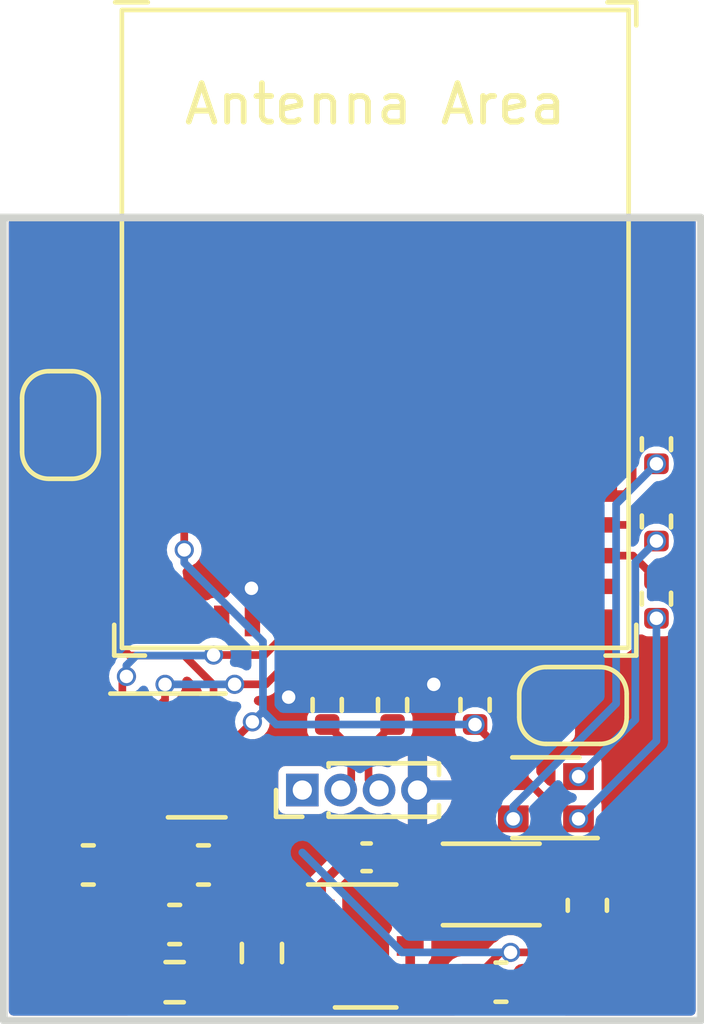
<source format=kicad_pcb>
(kicad_pcb (version 20221018) (generator pcbnew)

  (general
    (thickness 1.6)
  )

  (paper "A4")
  (layers
    (0 "F.Cu" signal)
    (31 "B.Cu" signal)
    (32 "B.Adhes" user "B.Adhesive")
    (33 "F.Adhes" user "F.Adhesive")
    (34 "B.Paste" user)
    (35 "F.Paste" user)
    (36 "B.SilkS" user "B.Silkscreen")
    (37 "F.SilkS" user "F.Silkscreen")
    (38 "B.Mask" user)
    (39 "F.Mask" user)
    (40 "Dwgs.User" user "User.Drawings")
    (41 "Cmts.User" user "User.Comments")
    (42 "Eco1.User" user "User.Eco1")
    (43 "Eco2.User" user "User.Eco2")
    (44 "Edge.Cuts" user)
    (45 "Margin" user)
    (46 "B.CrtYd" user "B.Courtyard")
    (47 "F.CrtYd" user "F.Courtyard")
    (48 "B.Fab" user)
    (49 "F.Fab" user)
    (50 "User.1" user)
    (51 "User.2" user)
    (52 "User.3" user)
    (53 "User.4" user)
    (54 "User.5" user)
    (55 "User.6" user)
    (56 "User.7" user)
    (57 "User.8" user)
    (58 "User.9" user)
  )

  (setup
    (stackup
      (layer "F.SilkS" (type "Top Silk Screen") (color "White"))
      (layer "F.Paste" (type "Top Solder Paste"))
      (layer "F.Mask" (type "Top Solder Mask") (color "Purple") (thickness 0.01))
      (layer "F.Cu" (type "copper") (thickness 0.035))
      (layer "dielectric 1" (type "core") (thickness 1.51) (material "FR4") (epsilon_r 4.5) (loss_tangent 0.02))
      (layer "B.Cu" (type "copper") (thickness 0.035))
      (layer "B.Mask" (type "Bottom Solder Mask") (color "Purple") (thickness 0.01))
      (layer "B.Paste" (type "Bottom Solder Paste"))
      (layer "B.SilkS" (type "Bottom Silk Screen") (color "White"))
      (copper_finish "None")
      (dielectric_constraints no)
    )
    (pad_to_mask_clearance 0)
    (grid_origin 17.2 13.9)
    (pcbplotparams
      (layerselection 0x00010fc_ffffffff)
      (plot_on_all_layers_selection 0x0000000_00000000)
      (disableapertmacros false)
      (usegerberextensions false)
      (usegerberattributes true)
      (usegerberadvancedattributes true)
      (creategerberjobfile true)
      (dashed_line_dash_ratio 12.000000)
      (dashed_line_gap_ratio 3.000000)
      (svgprecision 4)
      (plotframeref false)
      (viasonmask false)
      (mode 1)
      (useauxorigin false)
      (hpglpennumber 1)
      (hpglpenspeed 20)
      (hpglpendiameter 15.000000)
      (dxfpolygonmode true)
      (dxfimperialunits true)
      (dxfusepcbnewfont true)
      (psnegative false)
      (psa4output false)
      (plotreference true)
      (plotvalue true)
      (plotinvisibletext false)
      (sketchpadsonfab false)
      (subtractmaskfromsilk false)
      (outputformat 1)
      (mirror false)
      (drillshape 1)
      (scaleselection 1)
      (outputdirectory "")
    )
  )

  (net 0 "")
  (net 1 "Net-(U3-BST)")
  (net 2 "Net-(U3-SW)")
  (net 3 "unconnected-(U1-NC-Pad4)")
  (net 4 "unconnected-(U1-GPIO2{slash}ADC1_CH2-Pad5)")
  (net 5 "unconnected-(U1-GPIO3{slash}ADC1_CH3-Pad6)")
  (net 6 "unconnected-(U1-NC-Pad7)")
  (net 7 "/SPI_CS")
  (net 8 "/SPI_MISO")
  (net 9 "unconnected-(U1-GPIO0{slash}ADC1_CH0{slash}XTAL_32K_P-Pad12)")
  (net 10 "unconnected-(U1-GPIO1{slash}ADC1_CH1{slash}XTAL_32K_N-Pad13)")
  (net 11 "/SPI_CLK")
  (net 12 "/SPI_MOSI")
  (net 13 "Net-(U3-FB)")
  (net 14 "GND")
  (net 15 "unconnected-(U1-GPIO14-Pad19)")
  (net 16 "unconnected-(U1-GPIO15-Pad20)")
  (net 17 "unconnected-(U1-NC-Pad21)")
  (net 18 "+5V")
  (net 19 "Net-(D1-RK)")
  (net 20 "unconnected-(U1-GPIO18-Pad24)")
  (net 21 "unconnected-(U1-GPIO19-Pad25)")
  (net 22 "Net-(D1-BK)")
  (net 23 "+3.3V")
  (net 24 "Net-(D1-GK)")
  (net 25 "unconnected-(U1-GPIO23-Pad29)")
  (net 26 "unconnected-(U1-U0RXD{slash}GPIO17-Pad30)")
  (net 27 "unconnected-(U1-U0TXD{slash}GPIO16-Pad31)")
  (net 28 "unconnected-(U1-NC-Pad32)")
  (net 29 "unconnected-(U1-NC-Pad33)")
  (net 30 "unconnected-(U1-NC-Pad34)")
  (net 31 "unconnected-(U1-NC-Pad35)")
  (net 32 "/D-")
  (net 33 "/USB_D+")
  (net 34 "/USB_D-")
  (net 35 "/D+")
  (net 36 "Net-(U1-GPIO8)")
  (net 37 "Net-(JP1-B)")
  (net 38 "Net-(JP2-B)")
  (net 39 "/LED_R")
  (net 40 "/LED_G")
  (net 41 "/LED_B")
  (net 42 "unconnected-(C5-Pad2)")

  (footprint "Capacitor_SMD:C_0603_1608Metric" (layer "F.Cu") (at 12.95 25.3))

  (footprint "Resistor_SMD:R_0402_1005Metric" (layer "F.Cu") (at 12.275 18.085 -90))

  (footprint "Capacitor_SMD:C_0603_1608Metric" (layer "F.Cu") (at 15.2 23.3 90))

  (footprint "Resistor_SMD:R_0402_1005Metric" (layer "F.Cu") (at 10.126666 18.085 90))

  (footprint "Inductor_SMD:L_Murata_DFE201610P" (layer "F.Cu") (at 12.697308 22.757126))

  (footprint "Resistor_SMD:R_0402_1005Metric" (layer "F.Cu") (at 17 11.3 -90))

  (footprint "Capacitor_SMD:C_0603_1608Metric" (layer "F.Cu") (at 5.2 22.25))

  (footprint "Resistor_SMD:R_0603_1608Metric" (layer "F.Cu") (at 6.72334 24.541284 90))

  (footprint "Package_LGA:Bosch_LGA-8_3x3mm_P0.8mm_ClockwisePinNumbering" (layer "F.Cu") (at 4.275 19.4 90))

  (footprint "Package_SO:TSOP-6_1.65x3.05mm_P0.95mm" (layer "F.Cu") (at 9.425724 24.357908))

  (footprint "Capacitor_SMD:C_0603_1608Metric" (layer "F.Cu") (at 4.45 23.8))

  (footprint "Jumper:SolderJumper-2_P1.3mm_Open_RoundedPad1.0x1.5mm" (layer "F.Cu") (at 1.475 10.8 -90))

  (footprint "qtech:LED_RGB_2518" (layer "F.Cu") (at 14.97 21.05 180))

  (footprint "Capacitor_SMD:C_0402_1005Metric" (layer "F.Cu") (at 9.45 22.05))

  (footprint "Jumper:SolderJumper-2_P1.3mm_Open_RoundedPad1.0x1.5mm" (layer "F.Cu") (at 14.825 18.1 180))

  (footprint "Resistor_SMD:R_0402_1005Metric" (layer "F.Cu") (at 17 15.32 -90))

  (footprint "Connector_PinHeader_1.00mm:PinHeader_1x04_P1.00mm_Vertical" (layer "F.Cu") (at 7.774999 20.3 90))

  (footprint "PCM_Espressif:ESP32-C6-MINI-1" (layer "F.Cu") (at 9.675 8.3))

  (footprint "Resistor_SMD:R_0402_1005Metric" (layer "F.Cu") (at 8.423333 18.085 -90))

  (footprint "Resistor_SMD:R_0603_1608Metric" (layer "F.Cu") (at 4.45 25.3))

  (footprint "Resistor_SMD:R_0402_1005Metric" (layer "F.Cu") (at 17 13.31 -90))

  (footprint "Capacitor_SMD:C_0603_1608Metric" (layer "F.Cu") (at 2.2 22.25 180))

  (gr_rect (start 0 5.4) (end 18.15 26.3)
    (stroke (width 0.2) (type default)) (fill none) (layer "Edge.Cuts") (tstamp 1a5102c1-18cc-45ce-9d86-fb1773b44cc8))

  (segment (start 8.265724 22.754276) (end 8.97 22.05) (width 0.25) (layer "F.Cu") (net 1) (tstamp 3fcc1c9f-204b-43e8-98a0-bf1332c24d3c))
  (segment (start 8.265724 23.407908) (end 8.265724 22.754276) (width 0.25) (layer "F.Cu") (net 1) (tstamp ef5880ed-642a-4f6c-b6fa-ace9d9dd1a56))
  (segment (start 11.321526 23.407908) (end 10.585724 23.407908) (width 0.2) (layer "F.Cu") (net 2) (tstamp 96bcf901-9b0d-45ea-967d-6f848f950758))
  (segment (start 11.972308 22.757126) (end 11.321526 23.407908) (width 0.2) (layer "F.Cu") (net 2) (tstamp b1041b44-5807-41ff-a43a-e732a001685d))
  (segment (start 10.585724 22.705724) (end 9.93 22.05) (width 0.25) (layer "F.Cu") (net 2) (tstamp de42354e-c70f-4564-8b91-5b55b07fd0b4))
  (segment (start 10.585724 23.407908) (end 10.585724 22.705724) (width 0.25) (layer "F.Cu") (net 2) (tstamp ee629d75-43b3-4f5d-893a-64305409980c))
  (segment (start 2.525 14.05) (end 2.525 19.301041) (width 0.2) (layer "F.Cu") (net 7) (tstamp 2eb50036-50d3-4779-acff-505ed6ae7c9e))
  (segment (start 2.525 19.301041) (end 3.023959 19.8) (width 0.2) (layer "F.Cu") (net 7) (tstamp 72aa6695-83bc-4a2b-af40-702f6377c18a))
  (segment (start 3.023959 19.8) (end 3.0875 19.8) (width 0.2) (layer "F.Cu") (net 7) (tstamp b39a28ff-89f0-4c5b-9ac1-e61bec5de1b6))
  (segment (start 3.175 13.4) (end 2.525 14.05) (width 0.2) (layer "F.Cu") (net 7) (tstamp d9021282-dcb1-4767-b494-747744764d4b))
  (segment (start 3.775 13.4) (end 3.175 13.4) (width 0.2) (layer "F.Cu") (net 7) (tstamp efbe178f-48e1-4a68-b807-514f492f7ed9))
  (segment (start 2.925 16.45) (end 3.275 16.8) (width 0.2) (layer "F.Cu") (net 8) (tstamp 23332b32-6964-4a83-a35a-b74906397ed4))
  (segment (start 5.4625 17.5625) (end 5.4625 18.2) (width 0.2) (layer "F.Cu") (net 8) (tstamp 47c5aef7-cb19-4b97-a393-d38a9b357616))
  (segment (start 4.7 16.8) (end 5.4625 17.5625) (width 0.2) (layer "F.Cu") (net 8) (tstamp 4fc19adf-1baf-4e16-805c-3028adc21820))
  (segment (start 3.775 14.2) (end 3.375 14.2) (width 0.2) (layer "F.Cu") (net 8) (tstamp 5816fc29-dd39-4ca3-9c38-26fca3ec35a1))
  (segment (start 2.925 14.65) (end 2.925 16.45) (width 0.2) (layer "F.Cu") (net 8) (tstamp 72f139fa-de88-4826-a233-843b8a0b1ebb))
  (segment (start 3.375 14.2) (end 2.925 14.65) (width 0.2) (layer "F.Cu") (net 8) (tstamp b01d6bc9-a987-49cf-9557-4cc81c5992f2))
  (segment (start 3.275 16.8) (end 4.7 16.8) (width 0.2) (layer "F.Cu") (net 8) (tstamp dc1e31cc-9c5a-4222-a049-764c17734743))
  (segment (start 3.0875 17.449408) (end 3.193487 17.343421) (width 0.2) (layer "F.Cu") (net 11) (tstamp 1b384f46-2710-492a-bd25-1ec9231dae7f))
  (segment (start 7.275 16.3) (end 7.275 15.9) (width 0.2) (layer "F.Cu") (net 11) (tstamp 50c33308-7188-4032-8bd6-9ca3a98993cd))
  (segment (start 3.0875 18.2) (end 3.0875 17.449408) (width 0.2) (layer "F.Cu") (net 11) (tstamp 77019824-8526-4d59-b421-b39f7e85d29a))
  (segment (start 5.463556 16.786444) (end 6.788556 16.786444) (width 0.2) (layer "F.Cu") (net 11) (tstamp dbf7c8da-5644-4f35-b533-be5f255f9b3a))
  (segment (start 6.788556 16.786444) (end 7.275 16.3) (width 0.2) (layer "F.Cu") (net 11) (tstamp e1605246-7174-4f64-903e-6696e3af3a6a))
  (via (at 3.193487 17.343421) (size 0.5) (drill 0.35) (layers "F.Cu" "B.Cu") (net 11) (tstamp 331c63f1-7b37-43aa-a3fd-033460fd55cb))
  (via (at 5.463556 16.786444) (size 0.5) (drill 0.35) (layers "F.Cu" "B.Cu") (net 11) (tstamp 736d1098-af19-4008-83af-74e30306f654))
  (segment (start 3.193487 17.056513) (end 3.193487 17.343421) (width 0.2) (layer "B.Cu") (net 11) (tstamp 4761705d-b7cd-4c2b-ad4b-b045fb17d70e))
  (segment (start 5.45 16.8) (end 3.45 16.8) (width 0.2) (layer "B.Cu") (net 11) (tstamp 8688243d-ace0-492b-8841-85fb6a2ef993))
  (segment (start 3.45 16.8) (end 3.193487 17.056513) (width 0.2) (layer "B.Cu") (net 11) (tstamp 9eef9e1c-bacb-4b27-9dfa-1eda9109c8de))
  (segment (start 5.463556 16.786444) (end 5.45 16.8) (width 0.2) (layer "B.Cu") (net 11) (tstamp fab0ca46-e413-437d-9d6a-cf297260cc84))
  (segment (start 6.826585 17.548415) (end 8.075 16.3) (width 0.2) (layer "F.Cu") (net 12) (tstamp 468bb1f5-74c8-4e1f-b58b-bef9cf711b64))
  (segment (start 3.151041 19) (end 3.0875 19) (width 0.2) (layer "F.Cu") (net 12) (tstamp 6c09d7f2-2caa-492a-a63e-29b880bc2646))
  (segment (start 4.2 17.55) (end 4.2 17.951041) (width 0.2) (layer "F.Cu") (net 12) (tstamp 7443e800-092d-4b7f-990b-0b54908e2d09))
  (segment (start 8.075 16.3) (end 8.075 15.9) (width 0.2) (layer "F.Cu") (net 12) (tstamp 99d89860-ded4-45a7-a1a5-cdcf02592ef4))
  (segment (start 6.01182 17.548415) (end 6.826585 17.548415) (width 0.2) (layer "F.Cu") (net 12) (tstamp bb8ba42d-68c9-45db-b517-e7afce881e4e))
  (segment (start 4.2 17.951041) (end 3.151041 19) (width 0.2) (layer "F.Cu") (net 12) (tstamp e59159c3-4de6-4664-8da9-3dfa1e99b7a7))
  (via (at 6.01182 17.548415) (size 0.5) (drill 0.35) (layers "F.Cu" "B.Cu") (net 12) (tstamp 0f8e8e2b-c380-414c-a183-b381d8527769))
  (via (at 4.2 17.55) (size 0.5) (drill 0.35) (layers "F.Cu" "B.Cu") (net 12) (tstamp f0972401-c103-482e-8e96-c99c268250e9))
  (segment (start 6.01182 17.548415) (end 6.010235 17.55) (width 0.2) (layer "B.Cu") (net 12) (tstamp bca7f6ec-6665-44f2-8d76-6401b9e37adc))
  (segment (start 6.010235 17.55) (end 4.2 17.55) (width 0.2) (layer "B.Cu") (net 12) (tstamp c48c1e0f-ff7f-40bc-9e60-b65f155cd5af))
  (segment (start 8.207348 25.366284) (end 8.265724 25.307908) (width 0.25) (layer "F.Cu") (net 13) (tstamp 2a0485dd-1123-44a8-bb34-e5840144c610))
  (segment (start 6.72334 25.366284) (end 8.207348 25.366284) (width 0.25) (layer "F.Cu") (net 13) (tstamp 6025fa60-053f-44af-a3ce-2755dbe2a2c1))
  (segment (start 5.275 23.85) (end 5.225 23.8) (width 0.25) (layer "F.Cu") (net 13) (tstamp 9f00bfb8-e837-46b1-a6bb-cd0690e1445e))
  (segment (start 5.275 25.3) (end 5.275 23.85) (width 0.25) (layer "F.Cu") (net 13) (tstamp a6d1479d-a9f9-431c-83d7-740a3d782714))
  (segment (start 5.275 25.3) (end 5.341284 25.366284) (width 0.25) (layer "F.Cu") (net 13) (tstamp c3101b9f-0e69-4531-a9dc-3e17966312fa))
  (segment (start 5.341284 25.366284) (end 6.72334 25.366284) (width 0.25) (layer "F.Cu") (net 13) (tstamp d0f744b2-8e34-411f-be81-819c31e97e71))
  (segment (start 3.0875 20.6) (end 3.186396 20.6) (width 0.25) (layer "F.Cu") (net 14) (tstamp c29314a3-be9c-470d-9d11-f78f110253d2))
  (segment (start 3.015 20.6725) (end 3.0875 20.6) (width 0.25) (layer "F.Cu") (net 14) (tstamp dd26db30-ccb2-448e-8ed7-85e856efc908))
  (via (at 6.45 15.05) (size 0.5) (drill 0.35) (layers "F.Cu" "B.Cu") (free) (net 14) (tstamp 243c267b-e179-4c6b-b8e8-cfd848d97639))
  (via (at 7.418675 17.882323) (size 0.5) (drill 0.35) (layers "F.Cu" "B.Cu") (free) (net 14) (tstamp 604e19d5-7d38-4207-9e87-1132e08f8d05))
  (via (at 11.2 17.55) (size 0.5) (drill 0.35) (layers "F.Cu" "B.Cu") (free) (net 14) (tstamp ef552ec8-f3bf-4da9-a12c-43bb5bae6e70))
  (segment (start 12.95 24.525) (end 13.2 24.525) (width 0.2) (layer "F.Cu") (net 18) (tstamp 16a02f2d-d56f-4eff-8b31-ffa51e4bb5dd))
  (segment (start 15.2 24.075) (end 14.75 24.525) (width 0.2) (layer "F.Cu") (net 18) (tstamp 56b966c3-f4f0-4e32-9301-28ce0cdfd2f9))
  (segment (start 14.75 24.525) (end 13.2 24.525) (width 0.2) (layer "F.Cu") (net 18) (tstamp 5c6bd092-99b3-467b-a264-52a40f91635c))
  (segment (start 10.585724 24.357908) (end 10.585724 25.307908) (width 0.25) (layer "F.Cu") (net 18) (tstamp aa0c4b52-212b-40f0-b3a2-6f131a64b07d))
  (segment (start 12.175 25.3) (end 12.95 24.525) (width 0.2) (layer "F.Cu") (net 18) (tstamp ac1674b0-260f-42b0-a843-af276ef5c3af))
  (via (at 13.2 24.525) (size 0.5) (drill 0.35) (layers "F.Cu" "B.Cu") (net 18) (tstamp b0987464-9342-4119-b53b-68d5d51a6156))
  (segment (start 10.374999 24.525) (end 7.774999 21.925) (width 0.2) (layer "B.Cu") (net 18) (tstamp af8bfc19-c913-451d-9788-86ef34287a31))
  (segment (start 13.2 24.525) (end 10.374999 24.525) (width 0.2) (layer "B.Cu") (net 18) (tstamp b81b23b5-cd5f-4018-af7e-c7679eec770b))
  (via (at 14.97 21.05) (size 0.5) (drill 0.35) (layers "F.Cu" "B.Cu") (net 19) (tstamp 171aaaaf-c145-428e-b920-dd7758330ff7))
  (via (at 17 15.83) (size 0.5) (drill 0.35) (layers "F.Cu" "B.Cu") (net 19) (tstamp 63f3719d-7636-4371-90af-598d9d0d0452))
  (segment (start 17 19.02) (end 14.97 21.05) (width 0.2) (layer "B.Cu") (net 19) (tstamp 2da061c0-cd44-4890-b6c9-35b914e99587))
  (segment (start 17 15.83) (end 17 19.02) (width 0.2) (layer "B.Cu") (net 19) (tstamp 63bebc80-382b-472d-8c16-1dbfbbdc3a09))
  (via (at 17 11.81) (size 0.5) (drill 0.35) (layers "F.Cu" "B.Cu") (net 22) (tstamp b22a8d9c-91f5-42f3-8a79-8a4eb4ce44ab))
  (via (at 13.27 21.05) (size 0.5) (drill 0.35) (layers "F.Cu" "B.Cu") (net 22) (tstamp f3b72fe7-c9c0-495c-97d1-df4105ebc8f9))
  (segment (start 15.95 12.86) (end 15.95 18.05) (width 0.2) (layer "B.Cu") (net 22) (tstamp 5086c648-301d-4100-819d-80d2151517d1))
  (segment (start 17 11.81) (end 15.95 12.86) (width 0.2) (layer "B.Cu") (net 22) (tstamp 7b7a3622-4e13-4eb1-bb4c-0f5966f8e943))
  (segment (start 13.27 20.73) (end 13.27 21.05) (width 0.2) (layer "B.Cu") (net 22) (tstamp a5cb7409-9259-4ce7-ab78-5c8810ebadce))
  (segment (start 15.95 18.05) (end 13.27 20.73) (width 0.2) (layer "B.Cu") (net 22) (tstamp ace5b073-5d5b-4fa4-ae0b-129958b34988))
  (segment (start 4.375 8.6) (end 4.7 8.925) (width 0.2) (layer "F.Cu") (net 23) (tstamp 0325bf09-e6b1-4338-9799-b9f07477aed8))
  (segment (start 13.27 19.59) (end 13.27 19.95) (width 0.2) (layer "F.Cu") (net 23) (tstamp 1a877254-e6e4-455c-ab7c-ddde760c85dc))
  (segment (start 5.4625 20.6) (end 5.398959 20.6) (width 0.2) (layer "F.Cu") (net 23) (tstamp 20052897-4960-471c-94cd-0c02fb98eb39))
  (segment (start 3.675 23) (end 4.425 22.25) (width 0.2) (layer "F.Cu") (net 23) (tstamp 33ae9d67-ed86-4bf5-abf9-ee026af84316))
  (segment (start 4.425 21.6375) (end 5.4625 20.6) (width 0.2) (layer "F.Cu") (net 23) (tstamp 55e2a923-e8cc-4b9a-b739-0be23019af70))
  (segment (start 4.7 8.925) (end 4.7 14.05) (width 0.2) (layer "F.Cu") (net 23) (tstamp 567ec732-72c5-4cfe-87c6-56a619476f3b))
  (segment (start 14.2 22.225) (end 13.667874 22.757126) (width 0.2) (layer "F.Cu") (net 23) (tstamp 580d8c7c-9692-4cec-a9e3-7bc582f09f9b))
  (segment (start 5.398959 20.6) (end 4.9 20.101041) (width 0.2) (layer "F.Cu") (net 23) (tstamp 5a7aff82-9df3-4ef0-82f9-058431c2521e))
  (segment (start 13.667874 22.757126) (end 13.422308 22.757126) (width 0.2) (layer "F.Cu") (net 23) (tstamp 5fbe8093-ceb1-455b-9704-b3bd135edd8f))
  (segment (start 3.775 8.6) (end 4.375 8.6) (width 0.2) (layer "F.Cu") (net 23) (tstamp 682352bd-3705-4cd2-a893-cf4b8c010237))
  (segment (start 4.9 20.101041) (end 4.9 19.498959) (width 0.2) (layer "F.Cu") (net 23) (tstamp 6f228322-f707-418c-acdd-98071120cc86))
  (segment (start 13.27 19.95) (end 13.52 19.95) (width 0.2) (layer "F.Cu") (net 23) (tstamp 70882887-a8c8-4d35-8b8a-c73efe64bec2))
  (segment (start 4.9 19.498959) (end 5.398959 19) (width 0.2) (layer "F.Cu") (net 23) (tstamp 7cdd97c5-3c84-43fd-a62a-3398b4d0b3e2))
  (segment (start 5.398959 19) (end 5.4625 19) (width 0.2) (layer "F.Cu") (net 23) (tstamp 90ac3136-886c-4996-937d-27d575e0affb))
  (segment (start 13.52 19.95) (end 14.2 20.63) (width 0.2) (layer "F.Cu") (net 23) (tstamp 90b4a09a-5fd1-4905-bf44-07df32e47f19))
  (segment (start 5.4625 19) (end 6 19) (width 0.2) (layer "F.Cu") (net 23) (tstamp 94b2a1bd-6455-4538-a171-b252a2ccf22c))
  (segment (start 4.425 22.25) (end 4.425 21.6375) (width 0.2) (layer "F.Cu") (net 23) (tstamp b0b69ac2-eb7c-4aeb-ac08-793789ab1452))
  (segment (start 14.2 20.63) (end 14.2 22.225) (width 0.2) (layer "F.Cu") (net 23) (tstamp b19c2186-bc78-465d-8398-bbe1325c5cb8))
  (segment (start 3.625 25.3) (end 3.625 23.85) (width 0.2) (layer "F.Cu") (net 23) (tstamp d04d9b8d-6960-46f9-8de0-162f6315b6db))
  (segment (start 3.625 23.85) (end 3.675 23.8) (width 0.2) (layer "F.Cu") (net 23) (tstamp da845d18-011b-4b64-8eac-37324567c21a))
  (segment (start 6 19) (end 6.475 18.525) (width 0.2) (layer "F.Cu") (net 23) (tstamp e65436ae-2a52-413d-85d5-1ab744024409))
  (segment (start 12.275 18.595) (end 13.27 19.59) (width 0.2) (layer "F.Cu") (net 23) (tstamp e781e0fa-8de1-4230-949d-30ebb445d86f))
  (segment (start 3.675 23.8) (end 3.675 23) (width 0.2) (layer "F.Cu") (net 23) (tstamp fa92ab01-8deb-4735-a6d0-204e02dfbeed))
  (via (at 4.7 14.05) (size 0.5) (drill 0.35) (layers "F.Cu" "B.Cu") (net 23) (tstamp 80bf3a18-56ad-4aee-ba0c-91eabf06b1cd))
  (via (at 12.275 18.595) (size 0.5) (drill 0.35) (layers "F.Cu" "B.Cu") (net 23) (tstamp 8db9499a-238a-4ca0-9043-637b05535c4d))
  (via (at 6.475 18.525) (size 0.5) (drill 0.35) (layers "F.Cu" "B.Cu") (net 23) (tstamp e5eee995-55d5-4ad0-9d6b-a5ebbb75c26b))
  (segment (start 12.275 18.595) (end 7.095 18.595) (width 0.2) (layer "B.Cu") (net 23) (tstamp 08236994-959e-4153-be75-bd187b0641dd))
  (segment (start 6.75 16.43583) (end 6.75 18.25) (width 0.2) (layer "B.Cu") (net 23) (tstamp 0999231b-39d4-4f02-932b-53fe3561109e))
  (segment (start 6.75 18.25) (end 6.475 18.525) (width 0.2) (layer "B.Cu") (net 23) (tstamp 42eeeafe-be0a-4eb0-8ae4-d33fef3c0707))
  (segment (start 4.7 14.38583) (end 6.75 16.43583) (width 0.2) (layer "B.Cu") (net 23) (tstamp a3b81892-0d53-44ed-8c6c-b9a1774cac63))
  (segment (start 4.7 14.05) (end 4.7 14.38583) (width 0.2) (layer "B.Cu") (net 23) (tstamp ac4061ca-b3a2-4dd9-981e-ee921d55b3b0))
  (segment (start 7.095 18.595) (end 6.75 18.25) (width 0.2) (layer "B.Cu") (net 23) (tstamp cf9244be-01c6-40b5-84d4-5d16c407ab9b))
  (via (at 17 13.82) (size 0.5) (drill 0.35) (layers "F.Cu" "B.Cu") (net 24) (tstamp 4e478e43-e43f-4f29-92e5-627c8fa22986))
  (via (at 14.97 19.95) (size 0.5) (drill 0.35) (layers "F.Cu" "B.Cu") (net 24) (tstamp c40704b1-9d72-471c-b58d-fa588712a929))
  (segment (start 16.45 18.47) (end 14.97 19.95) (width 0.2) (layer "B.Cu") (net 24) (tstamp a7706b1f-a9e3-4092-a672-f2ed905d8b0d))
  (segment (start 16.45 14.37) (end 16.45 18.47) (width 0.2) (layer "B.Cu") (net 24) (tstamp b43c3cdc-ea29-44ea-a722-31cf1107738b))
  (segment (start 17 13.82) (end 16.45 14.37) (width 0.2) (layer "B.Cu") (net 24) (tstamp f9b1e2e2-48e7-4449-8896-4b40aac7d287))
  (segment (start 8.423333 18.595) (end 9.049998 19.221665) (width 0.2) (layer "F.Cu") (net 32) (tstamp 5afb133d-a4eb-416e-8332-243dc4f984ee))
  (segment (start 9.049998 20.025001) (end 8.774999 20.3) (width 0.2) (layer "F.Cu") (net 32) (tstamp 98a87226-6e33-4093-ad93-c5575cdd4f78))
  (segment (start 9.049998 19.221665) (end 9.049998 20.025001) (width 0.2) (layer "F.Cu") (net 32) (tstamp b6cfa92d-a2c0-46b6-a1ae-cb32e4090191))
  (segment (start 9.675 17.123334) (end 9.675 15.9) (width 0.2) (layer "F.Cu") (net 33) (tstamp 55db1e3f-42b7-4098-9e0c-724348ede829))
  (segment (start 10.126666 17.575) (end 9.675 17.123334) (width 0.2) (layer "F.Cu") (net 33) (tstamp f65320d8-382b-4625-9cdf-32840264dede))
  (segment (start 8.423333 17.575) (end 8.875 17.123333) (width 0.2) (layer "F.Cu") (net 34) (tstamp 7723e37d-618e-44a0-95a5-8f5abff22b5a))
  (segment (start 8.875 17.123333) (end 8.875 15.9) (width 0.2) (layer "F.Cu") (net 34) (tstamp edd0c9f9-c3f7-43bc-827a-bfa76c258d71))
  (segment (start 9.5 20.025001) (end 9.774999 20.3) (width 0.2) (layer "F.Cu") (net 35) (tstamp 04d1303a-2e94-4fc0-b970-bfe0ea2a24ca))
  (segment (start 9.5 19.221665) (end 9.5 20.025001) (width 0.2) (layer "F.Cu") (net 35) (tstamp 851622bd-24dc-455b-b0ae-5f49aea00911))
  (segment (start 10.126665 18.595) (end 9.5 19.221665) (width 0.2) (layer "F.Cu") (net 35) (tstamp 8aee127e-7290-4b44-87d8-4aab6be08e6b))
  (segment (start 12.275 17.575) (end 12.875 16.975) (width 0.25) (layer "F.Cu") (net 36) (tstamp 4b2a68cb-f909-4c0f-90a8-9bd2d7b413d1))
  (segment (start 12.875 16.975) (end 12.875 15.9) (width 0.25) (layer "F.Cu") (net 36) (tstamp 9a14b21b-5a88-4645-83ff-d61c2912a83f))
  (segment (start 2.625 12.6) (end 3.775 12.6) (width 0.2) (layer "F.Cu") (net 37) (tstamp 20a4957e-1ace-4dda-ac34-8169b574aab3))
  (segment (start 1.475 11.45) (end 2.625 12.6) (width 0.2) (layer "F.Cu") (net 37) (tstamp b047f178-e165-4829-a0e6-05ab46209691))
  (segment (start 13.675 17.6) (end 13.675 15.9) (width 0.25) (layer "F.Cu") (net 38) (tstamp 20ea2ab9-d310-42a8-af44-ccbcfdc7f13f))
  (segment (start 14.175 18.1) (end 13.675 17.6) (width 0.25) (layer "F.Cu") (net 38) (tstamp f6f605fd-46ea-428a-933a-0fff1973079a))
  (segment (start 16.39 14.2) (end 17 14.81) (width 0.2) (layer "F.Cu") (net 39) (tstamp c73ddf3c-ed43-4ea3-b190-5a12e9e6f9bf))
  (segment (start 15.575 14.2) (end 16.39 14.2) (width 0.2) (layer "F.Cu") (net 39) (tstamp f8f24f02-18cc-442a-9196-4109de0cedf9))
  (segment (start 15.575 13.4) (end 16.4 13.4) (width 0.2) (layer "F.Cu") (net 40) (tstamp 76a768ca-6f8f-4ac7-b9f1-c9c5ce0d1549))
  (segment (start 16.4 13.4) (end 17 12.8) (width 0.2) (layer "F.Cu") (net 40) (tstamp 82232bdd-bb67-400f-af22-7d36c1c4142b))
  (segment (start 16.38 12.395) (end 16.38 11.41) (width 0.2) (layer "F.Cu") (net 41) (tstamp 451d782e-6d64-4869-81a2-6ec25b3f7450))
  (segment (start 16.38 11.41) (end 17 10.79) (width 0.2) (layer "F.Cu") (net 41) (tstamp a05fe771-7339-4067-92b1-0e32880d6a25))
  (segment (start 15.575 12.6) (end 16.175 12.6) (width 0.2) (layer "F.Cu") (net 41) (tstamp ac6a0f1e-1aa7-4225-8d9f-808fecb37eab))
  (segment (start 16.175 12.6) (end 16.38 12.395) (width 0.2) (layer "F.Cu") (net 41) (tstamp be3b2879-61e6-4f2d-a54e-eaec2a2fbc60))

  (zone (net 14) (net_name "GND") (layers "F&B.Cu") (tstamp 1cfefe4b-fd73-4595-9c3e-db3ded885eea) (hatch edge 0.5)
    (connect_pads (clearance 0.127))
    (min_thickness 0.25) (filled_areas_thickness no)
    (fill yes (thermal_gap 0.5) (thermal_bridge_width 0.5))
    (polygon
      (pts
        (xy 0 5.4)
        (xy 18.15 5.4)
        (xy 18.15 26.3)
        (xy 0 26.3)
      )
    )
    (filled_polygon
      (layer "F.Cu")
      (pts
        (xy 2.841692 5.419685)
        (xy 2.887447 5.472489)
        (xy 2.897391 5.541647)
        (xy 2.890835 5.567334)
        (xy 2.881402 5.592623)
        (xy 2.881401 5.592627)
        (xy 2.875 5.652155)
        (xy 2.875 5.8)
        (xy 4.491 5.8)
        (xy 4.558039 5.819685)
        (xy 4.603794 5.872489)
        (xy 4.608327 5.893327)
        (xy 4.615 5.9)
        (xy 14.735 5.9)
        (xy 14.744976 5.890023)
        (xy 14.754685 5.856961)
        (xy 14.807489 5.811206)
        (xy 14.859 5.8)
        (xy 16.475 5.8)
        (xy 16.475 5.652172)
        (xy 16.474999 5.652155)
        (xy 16.468598 5.592627)
        (xy 16.468597 5.592623)
        (xy 16.459165 5.567334)
        (xy 16.454181 5.497642)
        (xy 16.487665 5.436319)
        (xy 16.548989 5.402834)
        (xy 16.575347 5.4)
        (xy 17.8985 5.4)
        (xy 17.965539 5.419685)
        (xy 18.011294 5.472489)
        (xy 18.0225 5.524)
        (xy 18.0225 26.0485)
        (xy 18.002815 26.115539)
        (xy 17.950011 26.161294)
        (xy 17.8985 26.1725)
        (xy 14.640034 26.1725)
        (xy 14.572995 26.152815)
        (xy 14.52724 26.100011)
        (xy 14.517296 26.030853)
        (xy 14.534496 25.983403)
        (xy 14.611542 25.858492)
        (xy 14.611547 25.858481)
        (xy 14.664855 25.697606)
        (xy 14.674999 25.598322)
        (xy 14.675 25.598309)
        (xy 14.675 25.55)
        (xy 13.599 25.55)
        (xy 13.531961 25.530315)
        (xy 13.486206 25.477511)
        (xy 13.475 25.426)
        (xy 13.475 25.174)
        (xy 13.494685 25.106961)
        (xy 13.547489 25.061206)
        (xy 13.599 25.05)
        (xy 14.674999 25.05)
        (xy 14.674999 25.001692)
        (xy 14.674998 25.001682)
        (xy 14.670854 24.961118)
        (xy 14.683623 24.892425)
        (xy 14.731503 24.84154)
        (xy 14.772534 24.828353)
        (xy 14.772198 24.826557)
        (xy 14.780469 24.825009)
        (xy 14.789021 24.824016)
        (xy 14.790245 24.823959)
        (xy 14.819992 24.822585)
        (xy 14.826322 24.819789)
        (xy 14.853629 24.811332)
        (xy 14.860433 24.810061)
        (xy 14.886797 24.793736)
        (xy 14.894392 24.789733)
        (xy 14.922765 24.777206)
        (xy 14.927661 24.772309)
        (xy 14.950069 24.754561)
        (xy 14.955952 24.750919)
        (xy 14.955952 24.750918)
        (xy 14.965728 24.744867)
        (xy 14.967877 24.748339)
        (xy 15.011107 24.727251)
        (xy 15.031873 24.7255)
        (xy 15.483493 24.7255)
        (xy 15.583121 24.70972)
        (xy 15.583121 24.709719)
        (xy 15.583126 24.709719)
        (xy 15.70322 24.648528)
        (xy 15.798528 24.55322)
        (xy 15.859719 24.433126)
        (xy 15.865199 24.398526)
        (xy 15.8755 24.333493)
        (xy 15.8755 23.816506)
        (xy 15.85972 23.716878)
        (xy 15.859719 23.716876)
        (xy 15.859719 23.716874)
        (xy 15.798528 23.59678)
        (xy 15.798526 23.596778)
        (xy 15.798523 23.596774)
        (xy 15.703225 23.501476)
        (xy 15.703221 23.501473)
        (xy 15.70322 23.501472)
        (xy 15.583126 23.440281)
        (xy 15.583124 23.44028)
        (xy 15.583121 23.440279)
        (xy 15.483493 23.4245)
        (xy 15.483488 23.4245)
        (xy 14.916512 23.4245)
        (xy 14.916507 23.4245)
        (xy 14.816878 23.440279)
        (xy 14.696778 23.501473)
        (xy 14.696774 23.501476)
        (xy 14.601476 23.596774)
        (xy 14.601473 23.596778)
        (xy 14.601471 23.59678)
        (xy 14.601472 23.59678)
        (xy 14.543437 23.710681)
        (xy 14.540279 23.716878)
        (xy 14.5245 23.816506)
        (xy 14.5245 24.1005)
        (xy 14.504815 24.167539)
        (xy 14.452011 24.213294)
        (xy 14.4005 24.2245)
        (xy 13.592343 24.2245)
        (xy 13.525304 24.204815)
        (xy 13.498631 24.181704)
        (xy 13.49805 24.181034)
        (xy 13.498049 24.181033)
        (xy 13.389069 24.110996)
        (xy 13.389065 24.110994)
        (xy 13.389064 24.110994)
        (xy 13.264774 24.0745)
        (xy 13.264772 24.0745)
        (xy 13.135228 24.0745)
        (xy 13.135226 24.0745)
        (xy 13.010935 24.110994)
        (xy 13.010932 24.110995)
        (xy 13.010931 24.110996)
        (xy 12.927103 24.164869)
        (xy 12.901951 24.181033)
        (xy 12.901948 24.181035)
        (xy 12.876407 24.210511)
        (xy 12.847971 24.234735)
        (xy 12.813208 24.256259)
        (xy 12.805605 24.260266)
        (xy 12.777236 24.272792)
        (xy 12.772336 24.277693)
        (xy 12.749942 24.295431)
        (xy 12.744048 24.29908)
        (xy 12.725359 24.323827)
        (xy 12.719717 24.33031)
        (xy 12.461846 24.588182)
        (xy 12.400526 24.621666)
        (xy 12.374167 24.6245)
        (xy 11.916507 24.6245)
        (xy 11.816878 24.640279)
        (xy 11.696778 24.701473)
        (xy 11.696774 24.701476)
        (xy 11.601476 24.796774)
        (xy 11.601473 24.796778)
        (xy 11.540279 24.916878)
        (xy 11.5245 25.016506)
        (xy 11.5245 25.583493)
        (xy 11.540279 25.683121)
        (xy 11.54028 25.683124)
        (xy 11.540281 25.683126)
        (xy 11.581187 25.763408)
        (xy 11.601473 25.803221)
        (xy 11.601476 25.803225)
        (xy 11.696774 25.898523)
        (xy 11.696778 25.898526)
        (xy 11.69678 25.898528)
        (xy 11.77428 25.938016)
        (xy 11.825075 25.98599)
        (xy 11.84187 26.05381)
        (xy 11.819333 26.119945)
        (xy 11.764618 26.163397)
        (xy 11.717984 26.1725)
        (xy 7.207247 26.1725)
        (xy 7.140208 26.152815)
        (xy 7.094453 26.100011)
        (xy 7.084509 26.030853)
        (xy 7.113534 25.967297)
        (xy 7.150949 25.938017)
        (xy 7.236682 25.894334)
        (xy 7.32639 25.804626)
        (xy 7.349389 25.759487)
        (xy 7.397363 25.708693)
        (xy 7.459873 25.691784)
        (xy 7.710096 25.691784)
        (xy 7.777135 25.711469)
        (xy 7.778946 25.712654)
        (xy 7.837493 25.751775)
        (xy 7.837495 25.751775)
        (xy 7.837496 25.751776)
        (xy 7.837494 25.751776)
        (xy 7.895971 25.763407)
        (xy 7.895974 25.763408)
        (xy 7.895976 25.763408)
        (xy 8.635474 25.763408)
        (xy 8.635475 25.763407)
        (xy 8.655174 25.759489)
        (xy 8.693953 25.751776)
        (xy 8.693953 25.751775)
        (xy 8.693955 25.751775)
        (xy 8.760276 25.70746)
        (xy 8.804591 25.641139)
        (xy 8.804591 25.641137)
        (xy 8.804592 25.641137)
        (xy 8.813276 25.597476)
        (xy 8.816224 25.582656)
        (xy 8.816224 25.149464)
        (xy 8.835909 25.082425)
        (xy 8.865913 25.050198)
        (xy 8.972911 24.970098)
        (xy 8.972914 24.970095)
        (xy 9.059074 24.855001)
        (xy 9.059078 24.854994)
        (xy 9.10932 24.720287)
        (xy 9.109322 24.72028)
        (xy 9.115723 24.660752)
        (xy 9.115724 24.660735)
        (xy 9.115724 24.607908)
        (xy 8.139724 24.607908)
        (xy 8.072685 24.588223)
        (xy 8.02693 24.535419)
        (xy 8.015724 24.483908)
        (xy 8.015724 24.231908)
        (xy 8.035409 24.164869)
        (xy 8.088213 24.119114)
        (xy 8.139724 24.107908)
        (xy 9.115724 24.107908)
        (xy 9.115724 24.05508)
        (xy 9.115723 24.055063)
        (xy 9.109322 23.995535)
        (xy 9.10932 23.995528)
        (xy 9.059078 23.860821)
        (xy 9.059074 23.860814)
        (xy 8.972914 23.74572)
        (xy 8.865912 23.665617)
        (xy 8.824042 23.609683)
        (xy 8.816224 23.566351)
        (xy 8.816224 23.133157)
        (xy 8.816223 23.133155)
        (xy 8.804592 23.074678)
        (xy 8.804591 23.074677)
        (xy 8.760276 23.008355)
        (xy 8.713078 22.976819)
        (xy 8.668273 22.923207)
        (xy 8.659566 22.853882)
        (xy 8.68972 22.790855)
        (xy 8.694269 22.786055)
        (xy 8.883506 22.596818)
        (xy 8.94483 22.563333)
        (xy 8.971188 22.560499)
        (xy 9.149895 22.560499)
        (xy 9.1499 22.560499)
        (xy 9.199487 22.553972)
        (xy 9.308316 22.503224)
        (xy 9.362318 22.449221)
        (xy 9.423642 22.415736)
        (xy 9.493334 22.42072)
        (xy 9.537681 22.449221)
        (xy 9.591684 22.503224)
        (xy 9.700513 22.553972)
        (xy 9.750099 22.5605)
        (xy 9.92881 22.560499)
        (xy 9.99585 22.580183)
        (xy 10.016492 22.596818)
        (xy 10.186263 22.766589)
        (xy 10.219748 22.827912)
        (xy 10.214764 22.897604)
        (xy 10.172892 22.953537)
        (xy 10.167473 22.957372)
        (xy 10.091171 23.008355)
        (xy 10.046856 23.074677)
        (xy 10.046855 23.074678)
        (xy 10.035224 23.133155)
        (xy 10.035224 23.68266)
        (xy 10.046855 23.741137)
        (xy 10.046856 23.741138)
        (xy 10.095552 23.814017)
        (xy 10.11643 23.880695)
        (xy 10.097945 23.948075)
        (xy 10.095552 23.951799)
        (xy 10.046856 24.024677)
        (xy 10.046855 24.024678)
        (xy 10.035224 24.083155)
        (xy 10.035224 24.63266)
        (xy 10.046855 24.691137)
        (xy 10.046856 24.691138)
        (xy 10.095552 24.764017)
        (xy 10.11643 24.830695)
        (xy 10.097945 24.898075)
        (xy 10.095552 24.901799)
        (xy 10.046856 24.974677)
        (xy 10.046855 24.974678)
        (xy 10.035224 25.033155)
        (xy 10.035224 25.58266)
        (xy 10.046855 25.641137)
        (xy 10.046856 25.641138)
        (xy 10.091171 25.70746)
        (xy 10.157493 25.751775)
        (xy 10.157494 25.751776)
        (xy 10.215971 25.763407)
        (xy 10.215974 25.763408)
        (xy 10.215976 25.763408)
        (xy 10.955474 25.763408)
        (xy 10.955475 25.763407)
        (xy 10.975174 25.759489)
        (xy 11.013953 25.751776)
        (xy 11.013953 25.751775)
        (xy 11.013955 25.751775)
        (xy 11.080276 25.70746)
        (xy 11.124591 25.641139)
        (xy 11.124591 25.641137)
        (xy 11.124592 25.641137)
        (xy 11.133276 25.597476)
        (xy 11.136224 25.582656)
        (xy 11.136224 25.03316)
        (xy 11.136224 25.033159)
        (xy 11.136224 25.033157)
        (xy 11.136223 25.033155)
        (xy 11.124592 24.974678)
        (xy 11.124591 24.974677)
        (xy 11.075895 24.901799)
        (xy 11.055017 24.835122)
        (xy 11.073501 24.767742)
        (xy 11.075895 24.764017)
        (xy 11.101631 24.7255)
        (xy 11.124591 24.691139)
        (xy 11.124591 24.691137)
        (xy 11.124592 24.691137)
        (xy 11.135673 24.635425)
        (xy 11.136224 24.632656)
        (xy 11.136224 24.08316)
        (xy 11.136224 24.083159)
        (xy 11.136224 24.083157)
        (xy 11.136223 24.083155)
        (xy 11.124592 24.024678)
        (xy 11.124591 24.024677)
        (xy 11.075895 23.951799)
        (xy 11.055017 23.885122)
        (xy 11.073501 23.817742)
        (xy 11.075896 23.814016)
        (xy 11.10964 23.763516)
        (xy 11.163253 23.718712)
        (xy 11.212741 23.708408)
        (xy 11.258685 23.708408)
        (xy 11.267259 23.709003)
        (xy 11.279287 23.71068)
        (xy 11.279287 23.710679)
        (xy 11.279291 23.710681)
        (xy 11.322446 23.708686)
        (xy 11.327036 23.708474)
        (xy 11.329899 23.708408)
        (xy 11.349369 23.708408)
        (xy 11.34937 23.708408)
        (xy 11.351994 23.707917)
        (xy 11.360547 23.706924)
        (xy 11.361771 23.706867)
        (xy 11.391518 23.705493)
        (xy 11.397848 23.702697)
        (xy 11.425155 23.69424)
        (xy 11.431959 23.692969)
        (xy 11.431964 23.692965)
        (xy 11.440073 23.689825)
        (xy 11.509696 23.683962)
        (xy 11.553758 23.702348)
        (xy 11.619077 23.745993)
        (xy 11.619079 23.745993)
        (xy 11.61908 23.745994)
        (xy 11.619078 23.745994)
        (xy 11.677555 23.757625)
        (xy 11.677558 23.757626)
        (xy 11.67756 23.757626)
        (xy 12.267058 23.757626)
        (xy 12.267059 23.757625)
        (xy 12.281876 23.754678)
        (xy 12.325537 23.745994)
        (xy 12.325537 23.745993)
        (xy 12.325539 23.745993)
        (xy 12.39186 23.701678)
        (xy 12.436175 23.635357)
        (xy 12.436175 23.635355)
        (xy 12.436176 23.635355)
        (xy 12.447807 23.576878)
        (xy 12.447808 23.576876)
        (xy 12.447808 21.937375)
        (xy 12.447807 21.937373)
        (xy 12.436176 21.878896)
        (xy 12.436175 21.878895)
        (xy 12.39186 21.812573)
        (xy 12.325538 21.768258)
        (xy 12.325537 21.768257)
        (xy 12.26706 21.756626)
        (xy 12.267056 21.756626)
        (xy 11.67756 21.756626)
        (xy 11.677555 21.756626)
        (xy 11.619078 21.768257)
        (xy 11.619077 21.768258)
        (xy 11.552755 21.812573)
        (xy 11.50844 21.878895)
        (xy 11.508439 21.878896)
        (xy 11.496808 21.937373)
        (xy 11.496808 22.756293)
        (xy 11.477123 22.823332)
        (xy 11.460489 22.843974)
        (xy 11.273565 23.030897)
        (xy 11.212242 23.064382)
        (xy 11.14255 23.059398)
        (xy 11.086617 23.017526)
        (xy 11.082791 23.01212)
        (xy 11.080276 23.008356)
        (xy 11.080274 23.008355)
        (xy 11.080274 23.008354)
        (xy 11.013954 22.96404)
        (xy 11.013953 22.964039)
        (xy 11.011033 22.963459)
        (xy 11.005256 22.960437)
        (xy 11.00267 22.959366)
        (xy 11.002765 22.959134)
        (xy 10.949122 22.931074)
        (xy 10.914548 22.870359)
        (xy 10.911224 22.841842)
        (xy 10.911224 22.722644)
        (xy 10.91146 22.717237)
        (xy 10.914988 22.676917)
        (xy 10.914377 22.674637)
        (xy 10.904506 22.6378)
        (xy 10.90334 22.632542)
        (xy 10.896312 22.592679)
        (xy 10.89631 22.592676)
        (xy 10.89631 22.592674)
        (xy 10.894484 22.587657)
        (xy 10.887544 22.5709)
        (xy 10.885278 22.566043)
        (xy 10.885278 22.56604)
        (xy 10.862063 22.532886)
        (xy 10.859157 22.528323)
        (xy 10.83892 22.493272)
        (xy 10.838919 22.493271)
        (xy 10.838918 22.493269)
        (xy 10.807901 22.467242)
        (xy 10.803917 22.463591)
        (xy 10.446818 22.106492)
        (xy 10.413333 22.045169)
        (xy 10.410499 22.018811)
        (xy 10.410499 21.840105)
        (xy 10.410499 21.8401)
        (xy 10.403972 21.790513)
        (xy 10.353224 21.681684)
        (xy 10.268316 21.596776)
        (xy 10.159487 21.546028)
        (xy 10.159485 21.546027)
        (xy 10.159486 21.546027)
        (xy 10.109902 21.5395)
        (xy 9.750105 21.5395)
        (xy 9.734386 21.541569)
        (xy 9.700513 21.546028)
        (xy 9.700511 21.546029)
        (xy 9.700509 21.546029)
        (xy 9.591683 21.596776)
        (xy 9.537681 21.650779)
        (xy 9.476358 21.684264)
        (xy 9.406666 21.67928)
        (xy 9.362319 21.650779)
        (xy 9.308316 21.596776)
        (xy 9.274789 21.581142)
        (xy 9.199487 21.546028)
        (xy 9.199485 21.546027)
        (xy 9.199486 21.546027)
        (xy 9.149902 21.5395)
        (xy 8.790105 21.5395)
        (xy 8.774386 21.541569)
        (xy 8.740513 21.546028)
        (xy 8.740511 21.546029)
        (xy 8.740509 21.546029)
        (xy 8.631683 21.596776)
        (xy 8.546776 21.681683)
        (xy 8.496027 21.790514)
        (xy 8.4895 21.840098)
        (xy 8.4895 22.018811)
        (xy 8.469815 22.08585)
        (xy 8.453181 22.106492)
        (xy 8.047526 22.512146)
        (xy 8.043538 22.515801)
        (xy 8.012529 22.541821)
        (xy 7.992286 22.576882)
        (xy 7.98938 22.581442)
        (xy 7.96617 22.614589)
        (xy 7.96393 22.619393)
        (xy 7.956953 22.636237)
        (xy 7.955134 22.641235)
        (xy 7.948107 22.681087)
        (xy 7.946936 22.686367)
        (xy 7.936459 22.725467)
        (xy 7.939988 22.765789)
        (xy 7.940224 22.771196)
        (xy 7.940224 22.841842)
        (xy 7.920539 22.908881)
        (xy 7.867735 22.954636)
        (xy 7.840415 22.963459)
        (xy 7.837494 22.964039)
        (xy 7.837493 22.96404)
        (xy 7.77117 23.008356)
        (xy 7.738631 23.057054)
        (xy 7.685018 23.101859)
        (xy 7.615693 23.110565)
        (xy 7.552666 23.080409)
        (xy 7.547849 23.075843)
        (xy 7.433217 22.961211)
        (xy 7.287735 22.873264)
        (xy 7.287736 22.873264)
        (xy 7.125445 22.822693)
        (xy 7.125446 22.822693)
        (xy 7.054912 22.816284)
        (xy 7.030682 22.816284)
        (xy 6.963643 22.796599)
        (xy 6.917888 22.743795)
        (xy 6.907944 22.674637)
        (xy 6.912976 22.653279)
        (xy 6.914856 22.647605)
        (xy 6.924999 22.548322)
        (xy 6.925 22.548309)
        (xy 6.925 22.5)
        (xy 5.849 22.5)
        (xy 5.781961 22.480315)
        (xy 5.736206 22.427511)
        (xy 5.725 22.376)
        (xy 5.725 21.275)
        (xy 6.225 21.275)
        (xy 6.225 22)
        (xy 6.924999 22)
        (xy 6.924999 21.951692)
        (xy 6.924998 21.951677)
        (xy 6.914855 21.852392)
        (xy 6.861547 21.691518)
        (xy 6.861542 21.691507)
        (xy 6.772575 21.547271)
        (xy 6.772571 21.547266)
        (xy 6.652732 21.427427)
        (xy 6.652728 21.427424)
        (xy 6.508492 21.338457)
        (xy 6.508481 21.338452)
        (xy 6.347606 21.285144)
        (xy 6.248322 21.275)
        (xy 6.225 21.275)
        (xy 5.725 21.275)
        (xy 5.725 21.274999)
        (xy 5.714586 21.264586)
        (xy 5.683014 21.255317)
        (xy 5.637257 21.202515)
        (xy 5.62731 21.133357)
        (xy 5.656333 21.0698)
        (xy 5.697644 21.038617)
        (xy 5.789579 20.995747)
        (xy 5.870747 20.914579)
        (xy 5.919259 20.810545)
        (xy 5.9255 20.763139)
        (xy 5.925499 20.529345)
        (xy 5.945183 20.462306)
        (xy 5.98051 20.42827)
        (xy 5.979951 20.427549)
        (xy 5.986118 20.422765)
        (xy 6.097767 20.311116)
        (xy 6.097773 20.311108)
        (xy 6.178154 20.175191)
        (xy 6.178156 20.175185)
        (xy 6.214525 20.05)
        (xy 5.3365 20.05)
        (xy 5.269461 20.030315)
        (xy 5.223706 19.977511)
        (xy 5.2125 19.926)
        (xy 5.2125 19.674)
        (xy 5.232185 19.606961)
        (xy 5.284989 19.561206)
        (xy 5.3365 19.55)
        (xy 6.214526 19.55)
        (xy 6.214525 19.549999)
        (xy 6.178156 19.424814)
        (xy 6.178154 19.424809)
        (xy 6.161359 19.39641)
        (xy 6.144176 19.328686)
        (xy 6.166336 19.262424)
        (xy 6.20282 19.227858)
        (xy 6.205952 19.225919)
        (xy 6.224642 19.201167)
        (xy 6.230274 19.194695)
        (xy 6.413153 19.011816)
        (xy 6.474476 18.978334)
        (xy 6.500833 18.9755)
        (xy 6.539773 18.9755)
        (xy 6.539773 18.975499)
        (xy 6.664069 18.939004)
        (xy 6.773049 18.868967)
        (xy 6.857882 18.771063)
        (xy 6.911697 18.653226)
        (xy 6.930133 18.525)
        (xy 6.911697 18.396774)
        (xy 6.857882 18.278937)
        (xy 6.773049 18.181033)
        (xy 6.664069 18.110996)
        (xy 6.664065 18.110994)
        (xy 6.664064 18.110994)
        (xy 6.599007 18.091892)
        (xy 6.540229 18.054119)
        (xy 6.511203 17.990563)
        (xy 6.521146 17.921405)
        (xy 6.566901 17.8686)
        (xy 6.63394 17.848915)
        (xy 6.763744 17.848915)
        (xy 6.772318 17.84951)
        (xy 6.784346 17.851187)
        (xy 6.784346 17.851186)
        (xy 6.78435 17.851188)
        (xy 6.827505 17.849193)
        (xy 6.832095 17.848981)
        (xy 6.834958 17.848915)
        (xy 6.854428 17.848915)
        (xy 6.854429 17.848915)
        (xy 6.857053 17.848424)
        (xy 6.865606 17.847431)
        (xy 6.86683 17.847374)
        (xy 6.896577 17.846)
        (xy 6.902907 17.843204)
        (xy 6.930214 17.834747)
        (xy 6.937018 17.833476)
        (xy 6.963382 17.817151)
        (xy 6.970977 17.813148)
        (xy 6.99935 17.800621)
        (xy 7.004246 17.795724)
        (xy 7.026654 17.777976)
        (xy 7.032537 17.774334)
        (xy 7.051234 17.749573)
        (xy 7.056851 17.743118)
        (xy 8.243059 16.55691)
        (xy 8.249532 16.551279)
        (xy 8.259224 16.543959)
        (xy 8.259228 16.543958)
        (xy 8.272287 16.529632)
        (xy 8.331996 16.49335)
        (xy 8.339722 16.491553)
        (xy 8.353231 16.488867)
        (xy 8.381609 16.469904)
        (xy 8.448287 16.449027)
        (xy 8.515667 16.467512)
        (xy 8.562357 16.51949)
        (xy 8.5745 16.573007)
        (xy 8.5745 16.9475)
        (xy 8.554815 17.014539)
        (xy 8.538181 17.035181)
        (xy 8.505181 17.068181)
        (xy 8.443858 17.101666)
        (xy 8.4175 17.1045)
        (xy 8.199016 17.1045)
        (xy 8.150161 17.110931)
        (xy 8.042928 17.160935)
        (xy 7.959268 17.244595)
        (xy 7.909264 17.351828)
        (xy 7.902833 17.400683)
        (xy 7.902833 17.749316)
        (xy 7.909264 17.798171)
        (xy 7.959268 17.905404)
        (xy 8.0506 17.996736)
        (xy 8.047776 17.999559)
        (xy 8.078516 18.038042)
        (xy 8.085685 18.107542)
        (xy 8.054141 18.169886)
        (xy 8.050434 18.173098)
        (xy 8.0506 18.173264)
        (xy 7.959268 18.264595)
        (xy 7.909264 18.371828)
        (xy 7.902833 18.420683)
        (xy 7.902833 18.769316)
        (xy 7.909264 18.818171)
        (xy 7.949164 18.903737)
        (xy 7.959268 18.925404)
        (xy 8.042929 19.009065)
        (xy 8.15016 19.059068)
        (xy 8.199016 19.0655)
        (xy 8.199017 19.0655)
        (xy 8.4175 19.0655)
        (xy 8.484539 19.085185)
        (xy 8.505181 19.101819)
        (xy 8.713179 19.309817)
        (xy 8.746664 19.37114)
        (xy 8.749498 19.397498)
        (xy 8.749498 19.564917)
        (xy 8.729813 19.631956)
        (xy 8.677009 19.677711)
        (xy 8.655174 19.685314)
        (xy 8.551566 19.710851)
        (xy 8.483742 19.746448)
        (xy 8.415233 19.760172)
        (xy 8.355118 19.736615)
        (xy 8.354706 19.737233)
        (xy 8.351885 19.735348)
        (xy 8.35018 19.73468)
        (xy 8.347967 19.73273)
        (xy 8.278229 19.686132)
        (xy 8.278228 19.686131)
        (xy 8.219751 19.6745)
        (xy 8.219747 19.6745)
        (xy 7.330251 19.6745)
        (xy 7.330246 19.6745)
        (xy 7.271769 19.686131)
        (xy 7.271768 19.686132)
        (xy 7.205446 19.730447)
        (xy 7.161131 19.796769)
        (xy 7.16113 19.79677)
        (xy 7.149499 19.855247)
        (xy 7.149499 20.744752)
        (xy 7.16113 20.803229)
        (xy 7.161131 20.80323)
        (xy 7.205446 20.869552)
        (xy 7.271768 20.913867)
        (xy 7.271769 20.913868)
        (xy 7.330246 20.925499)
        (xy 7.330249 20.9255)
        (xy 7.330251 20.9255)
        (xy 8.219749 20.9255)
        (xy 8.21975 20.925499)
        (xy 8.234567 20.922552)
        (xy 8.278228 20.913868)
        (xy 8.278228 20.913867)
        (xy 8.27823 20.913867)
        (xy 8.344551 20.869552)
        (xy 8.34455 20.869552)
        (xy 8.354706 20.862767)
        (xy 8.356673 20.865711)
        (xy 8.399735 20.842187)
        (xy 8.469428 20.847158)
        (xy 8.483739 20.85355)
        (xy 8.514228 20.869552)
        (xy 8.551565 20.889148)
        (xy 8.699049 20.9255)
        (xy 8.69905 20.9255)
        (xy 8.850949 20.9255)
        (xy 8.900109 20.913382)
        (xy 8.998433 20.889148)
        (xy 9.132933 20.818557)
        (xy 9.192773 20.765543)
        (xy 9.256005 20.735823)
        (xy 9.325269 20.745007)
        (xy 9.357223 20.765542)
        (xy 9.417065 20.818557)
        (xy 9.551565 20.889148)
        (xy 9.58513 20.897421)
        (xy 9.699049 20.9255)
        (xy 9.69905 20.9255)
        (xy 9.850947 20.9255)
        (xy 9.850948 20.9255)
        (xy 9.977319 20.894352)
        (xy 10.047121 20.897421)
        (xy 10.099144 20.931777)
        (xy 10.152642 20.991193)
        (xy 10.309949 21.105484)
        (xy 10.487586 21.184573)
        (xy 10.524998 21.192524)
        (xy 10.524999 21.192524)
        (xy 10.524999 20.324623)
        (xy 10.539504 20.397545)
        (xy 10.594759 20.48024)
        (xy 10.677454 20.535495)
        (xy 10.750375 20.55)
        (xy 10.799623 20.55)
        (xy 11.024999 20.55)
        (xy 11.024999 21.192524)
        (xy 11.062411 21.184573)
        (xy 11.240048 21.105484)
        (xy 11.397356 20.991192)
        (xy 11.397359 20.99119)
        (xy 11.527462 20.846694)
        (xy 11.624681 20.678307)
        (xy 11.624682 20.678306)
        (xy 11.666371 20.55)
        (xy 11.024999 20.55)
        (xy 10.799623 20.55)
        (xy 10.872544 20.535495)
        (xy 10.955239 20.48024)
        (xy 11.010494 20.397545)
        (xy 11.029897 20.3)
        (xy 11.010494 20.202455)
        (xy 10.955239 20.11976)
        (xy 10.872544 20.064505)
        (xy 10.799623 20.05)
        (xy 10.750375 20.05)
        (xy 10.677454 20.064505)
        (xy 10.594759 20.11976)
        (xy 10.539504 20.202455)
        (xy 10.524999 20.275376)
        (xy 10.524999 19.407473)
        (xy 11.024999 19.407473)
        (xy 11.024999 20.05)
        (xy 11.666371 20.05)
        (xy 11.66637 20.049999)
        (xy 11.624682 19.921693)
        (xy 11.624681 19.921692)
        (xy 11.527462 19.753305)
        (xy 11.527463 19.753305)
        (xy 11.397359 19.608809)
        (xy 11.397356 19.608807)
        (xy 11.24005 19.494516)
        (xy 11.062411 19.415426)
        (xy 11.024999 19.407473)
        (xy 10.524999 19.407473)
        (xy 10.487584 19.415426)
        (xy 10.487579 19.415428)
        (xy 10.309952 19.494513)
        (xy 10.152644 19.608805)
        (xy 10.099142 19.668224)
        (xy 10.039655 19.704871)
        (xy 9.977317 19.705647)
        (xy 9.894824 19.685314)
        (xy 9.834444 19.650157)
        (xy 9.802656 19.587938)
        (xy 9.8005 19.564917)
        (xy 9.8005 19.397498)
        (xy 9.820185 19.330459)
        (xy 9.836819 19.309817)
        (xy 10.044817 19.101819)
        (xy 10.10614 19.068334)
        (xy 10.132498 19.0655)
        (xy 10.350983 19.0655)
        (xy 10.367267 19.063356)
        (xy 10.399839 19.059068)
        (xy 10.50707 19.009065)
        (xy 10.590731 18.925404)
        (xy 10.640734 18.818173)
        (xy 10.647166 18.769316)
        (xy 10.647166 18.420684)
        (xy 10.640734 18.371827)
        (xy 10.590731 18.264596)
        (xy 10.50707 18.180935)
        (xy 10.499399 18.173264)
        (xy 10.502227 18.170435)
        (xy 10.471509 18.132023)
        (xy 10.464301 18.062526)
        (xy 10.495809 18.000165)
        (xy 10.499569 17.996906)
        (xy 10.499399 17.996736)
        (xy 10.543809 17.952326)
        (xy 10.590731 17.905404)
        (xy 10.640734 17.798173)
        (xy 10.647166 17.749316)
        (xy 10.647166 17.400684)
        (xy 10.640734 17.351827)
        (xy 10.590731 17.244596)
        (xy 10.50707 17.160935)
        (xy 10.399839 17.110932)
        (xy 10.399837 17.110931)
        (xy 10.399838 17.110931)
        (xy 10.350983 17.1045)
        (xy 10.350982 17.1045)
        (xy 10.132499 17.1045)
        (xy 10.06546 17.084815)
        (xy 10.044821 17.068184)
        (xy 10.011817 17.03518)
        (xy 9.978333 16.973856)
        (xy 9.9755 16.9475)
        (xy 9.9755 16.573007)
        (xy 9.995185 16.505968)
        (xy 10.047989 16.460213)
        (xy 10.117147 16.450269)
        (xy 10.168392 16.469906)
        (xy 10.196768 16.488867)
        (xy 10.19677 16.488868)
        (xy 10.255247 16.500499)
        (xy 10.25525 16.5005)
        (xy 10.255252 16.5005)
        (xy 10.69475 16.5005)
        (xy 10.694751 16.500499)
        (xy 10.719498 16.495577)
        (xy 10.753229 16.488868)
        (xy 10.753231 16.488867)
        (xy 10.756609 16.48661)
        (xy 10.806108 16.453534)
        (xy 10.872785 16.432656)
        (xy 10.940165 16.45114)
        (xy 10.943886 16.453531)
        (xy 10.953077 16.459672)
        (xy 10.996768 16.488867)
        (xy 10.99677 16.488868)
        (xy 11.055247 16.500499)
        (xy 11.05525 16.5005)
        (xy 11.055252 16.5005)
        (xy 11.49475 16.5005)
        (xy 11.494751 16.500499)
        (xy 11.519498 16.495577)
        (xy 11.553229 16.488868)
        (xy 11.553231 16.488867)
        (xy 11.556609 16.48661)
        (xy 11.606108 16.453534)
        (xy 11.672785 16.432656)
        (xy 11.740165 16.45114)
        (xy 11.743886 16.453531)
        (xy 11.753077 16.459672)
        (xy 11.796768 16.488867)
        (xy 11.79677 16.488868)
        (xy 11.855247 16.500499)
        (xy 11.85525 16.5005)
        (xy 11.855252 16.5005)
        (xy 12.29475 16.5005)
        (xy 12.294751 16.500499)
        (xy 12.319498 16.495577)
        (xy 12.353228 16.488868)
        (xy 12.353228 16.488867)
        (xy 12.353231 16.488867)
        (xy 12.356609 16.486609)
        (xy 12.423285 16.465732)
        (xy 12.490666 16.484216)
        (xy 12.537356 16.536194)
        (xy 12.5495 16.589712)
        (xy 12.5495 16.788812)
        (xy 12.529815 16.855851)
        (xy 12.513181 16.876493)
        (xy 12.321493 17.068181)
        (xy 12.26017 17.101666)
        (xy 12.233812 17.1045)
        (xy 12.050683 17.1045)
        (xy 12.001828 17.110931)
        (xy 11.894595 17.160935)
        (xy 11.810935 17.244595)
        (xy 11.760931 17.351828)
        (xy 11.7545 17.400683)
        (xy 11.7545 17.749316)
        (xy 11.760931 17.798171)
        (xy 11.810935 17.905404)
        (xy 11.902267 17.996736)
        (xy 11.899443 17.999559)
        (xy 11.930183 18.038042)
        (xy 11.937352 18.107542)
        (xy 11.905808 18.169886)
        (xy 11.902101 18.173098)
        (xy 11.902267 18.173264)
        (xy 11.810935 18.264595)
        (xy 11.760931 18.371828)
        (xy 11.7545 18.420683)
        (xy 11.7545 18.769316)
        (xy 11.760931 18.818171)
        (xy 11.800831 18.903737)
        (xy 11.810935 18.925404)
        (xy 11.894596 19.009065)
        (xy 12.001827 19.059068)
        (xy 12.050683 19.0655)
        (xy 12.050684 19.0655)
        (xy 12.269167 19.0655)
        (xy 12.336206 19.085185)
        (xy 12.356848 19.101819)
        (xy 12.650565 19.395536)
        (xy 12.68405 19.456859)
        (xy 12.68031 19.509153)
        (xy 12.683515 19.509791)
        (xy 12.6695 19.580247)
        (xy 12.6695 20.319752)
        (xy 12.681131 20.378229)
        (xy 12.681132 20.37823)
        (xy 12.716465 20.431109)
        (xy 12.737343 20.497786)
        (xy 12.718859 20.565166)
        (xy 12.716465 20.568891)
        (xy 12.681132 20.621769)
        (xy 12.681131 20.62177)
        (xy 12.6695 20.680247)
        (xy 12.6695 21.419752)
        (xy 12.681131 21.478229)
        (xy 12.681132 21.47823)
        (xy 12.725447 21.544552)
        (xy 12.791769 21.588867)
        (xy 12.79177 21.588868)
        (xy 12.850247 21.600499)
        (xy 12.85025 21.6005)
        (xy 12.915467 21.6005)
        (xy 12.982506 21.620185)
        (xy 13.028261 21.672989)
        (xy 13.038205 21.742147)
        (xy 13.00918 21.805703)
        (xy 13.003148 21.812181)
        (xy 13.002756 21.812572)
        (xy 12.95844 21.878895)
        (xy 12.958439 21.878896)
        (xy 12.946808 21.937373)
        (xy 12.946808 23.576878)
        (xy 12.958439 23.635355)
        (xy 12.95844 23.635356)
        (xy 13.002755 23.701678)
        (xy 13.069077 23.745993)
        (xy 13.069078 23.745994)
        (xy 13.127555 23.757625)
        (xy 13.127558 23.757626)
        (xy 13.12756 23.757626)
        (xy 13.717058 23.757626)
        (xy 13.717059 23.757625)
        (xy 13.731876 23.754678)
        (xy 13.775537 23.745994)
        (xy 13.775537 23.745993)
        (xy 13.775539 23.745993)
        (xy 13.84186 23.701678)
        (xy 13.886175 23.635357)
        (xy 13.886175 23.635355)
        (xy 13.886176 23.635355)
        (xy 13.897807 23.576878)
        (xy 13.897808 23.576876)
        (xy 13.897808 23.003524)
        (xy 13.917493 22.936485)
        (xy 13.934123 22.915847)
        (xy 14.312819 22.53715)
        (xy 14.374142 22.503666)
        (xy 14.443834 22.50865)
        (xy 14.499767 22.550522)
        (xy 14.524184 22.615986)
        (xy 14.5245 22.624832)
        (xy 14.5245 22.783493)
        (xy 14.540279 22.883121)
        (xy 14.54028 22.883124)
        (xy 14.540281 22.883126)
        (xy 14.601472 23.00322)
        (xy 14.601473 23.003221)
        (xy 14.601476 23.003225)
        (xy 14.696774 23.098523)
        (xy 14.696778 23.098526)
        (xy 14.69678 23.098528)
        (xy 14.816874 23.159719)
        (xy 14.816876 23.159719)
        (xy 14.816878 23.15972)
        (xy 14.916507 23.1755)
        (xy 14.916512 23.1755)
        (xy 15.483493 23.1755)
        (xy 15.583121 23.15972)
        (xy 15.583121 23.159719)
        (xy 15.583126 23.159719)
        (xy 15.70322 23.098528)
        (xy 15.798528 23.00322)
        (xy 15.859719 22.883126)
        (xy 15.864351 22.853882)
        (xy 15.8755 22.783493)
        (xy 15.8755 22.266506)
        (xy 15.85972 22.166878)
        (xy 15.859719 22.166876)
        (xy 15.859719 22.166874)
        (xy 15.798528 22.04678)
        (xy 15.798526 22.046778)
        (xy 15.798523 22.046774)
        (xy 15.703225 21.951476)
        (xy 15.703221 21.951473)
        (xy 15.70322 21.951472)
        (xy 15.583126 21.890281)
        (xy 15.583124 21.89028)
        (xy 15.583121 21.890279)
        (xy 15.483493 21.8745)
        (xy 15.483488 21.8745)
        (xy 14.916512 21.8745)
        (xy 14.916507 21.8745)
        (xy 14.816878 21.890279)
        (xy 14.816874 21.89028)
        (xy 14.816874 21.890281)
        (xy 14.69678 21.951472)
        (xy 14.696778 21.951473)
        (xy 14.688085 21.955903)
        (xy 14.687416 21.95459)
        (xy 14.631574 21.974512)
        (xy 14.56352 21.958684)
        (xy 14.514828 21.908576)
        (xy 14.5005 21.850714)
        (xy 14.5005 21.7245)
        (xy 14.520185 21.657461)
        (xy 14.572989 21.611706)
        (xy 14.6245 21.6005)
        (xy 15.38975 21.6005)
        (xy 15.389751 21.600499)
        (xy 15.40847 21.596776)
        (xy 15.448229 21.588868)
        (xy 15.448229 21.588867)
        (xy 15.448231 21.588867)
        (xy 15.514552 21.544552)
        (xy 15.558867 21.478231)
        (xy 15.558867 21.478229)
        (xy 15.558868 21.478229)
        (xy 15.568685 21.428874)
        (xy 15.5705 21.419748)
        (xy 15.5705 20.680252)
        (xy 15.5705 20.680251)
        (xy 15.5705 20.680249)
        (xy 15.570499 20.680247)
        (xy 15.558868 20.62177)
        (xy 15.558867 20.621768)
        (xy 15.523535 20.568892)
        (xy 15.502656 20.502215)
        (xy 15.52114 20.434835)
        (xy 15.523535 20.431108)
        (xy 15.558867 20.378231)
        (xy 15.558868 20.378229)
        (xy 15.570499 20.319752)
        (xy 15.5705 20.31975)
        (xy 15.5705 19.580249)
        (xy 15.570499 19.580247)
        (xy 15.558868 19.52177)
        (xy 15.558867 19.521769)
        (xy 15.514552 19.455447)
        (xy 15.44823 19.411132)
        (xy 15.448229 19.411131)
        (xy 15.389752 19.3995)
        (xy 15.389748 19.3995)
        (xy 14.550252 19.3995)
        (xy 14.550247 19.3995)
        (xy 14.49177 19.411131)
        (xy 14.491769 19.411132)
        (xy 14.425447 19.455447)
        (xy 14.381132 19.521769)
        (xy 14.381131 19.52177)
        (xy 14.3695 19.580247)
        (xy 14.3695 20.075166)
        (xy 14.349815 20.142205)
        (xy 14.297011 20.18796)
        (xy 14.227853 20.197904)
        (xy 14.164297 20.168879)
        (xy 14.157819 20.162847)
        (xy 13.906819 19.911847)
        (xy 13.873334 19.850524)
        (xy 13.8705 19.824166)
        (xy 13.8705 19.580249)
        (xy 13.870499 19.580247)
        (xy 13.858868 19.52177)
        (xy 13.858867 19.521769)
        (xy 13.814552 19.455447)
        (xy 13.74823 19.411132)
        (xy 13.748229 19.411131)
        (xy 13.689752 19.3995)
        (xy 13.689748 19.3995)
        (xy 13.557941 19.3995)
        (xy 13.490902 19.379815)
        (xy 13.48321 19.374451)
        (xy 13.471173 19.36536)
        (xy 13.464697 19.359725)
        (xy 12.831818 18.726846)
        (xy 12.798334 18.665524)
        (xy 12.7955 18.639166)
        (xy 12.7955 18.420683)
        (xy 12.790025 18.379094)
        (xy 12.789068 18.371827)
        (xy 12.739065 18.264596)
        (xy 12.655404 18.180935)
        (xy 12.647733 18.173264)
        (xy 12.650561 18.170435)
        (xy 12.619843 18.132023)
        (xy 12.612635 18.062526)
        (xy 12.644143 18.000165)
        (xy 12.647903 17.996906)
        (xy 12.647733 17.996736)
        (xy 12.692143 17.952326)
        (xy 12.739065 17.905404)
        (xy 12.789068 17.798173)
        (xy 12.7955 17.749316)
        (xy 12.7955 17.566186)
        (xy 12.815185 17.499148)
        (xy 12.831819 17.478506)
        (xy 12.892725 17.4176)
        (xy 13.093215 17.217109)
        (xy 13.097166 17.213489)
        (xy 13.128194 17.187455)
        (xy 13.128198 17.187447)
        (xy 13.130509 17.184695)
        (xy 13.13521 17.181566)
        (xy 13.136506 17.18048)
        (xy 13.136627 17.180624)
        (xy 13.18868 17.145992)
        (xy 13.258541 17.144882)
        (xy 13.317911 17.181718)
        (xy 13.347942 17.244805)
        (xy 13.3495 17.264399)
        (xy 13.3495 17.583078)
        (xy 13.349264 17.588481)
        (xy 13.34879 17.593892)
        (xy 13.345735 17.628808)
        (xy 13.356212 17.66791)
        (xy 13.357383 17.67319)
        (xy 13.364411 17.713043)
        (xy 13.366235 17.718055)
        (xy 13.373197 17.734861)
        (xy 13.375445 17.739681)
        (xy 13.375446 17.739684)
        (xy 13.385418 17.753926)
        (xy 13.398655 17.772831)
        (xy 13.401561 17.777392)
        (xy 13.406273 17.785552)
        (xy 13.421806 17.812455)
        (xy 13.426277 17.816206)
        (xy 13.464979 17.874376)
        (xy 13.470572 17.911196)
        (xy 13.470572 18.290748)
        (xy 13.46931 18.308393)
        (xy 13.467511 18.320904)
        (xy 13.467511 18.379092)
        (xy 13.487972 18.521406)
        (xy 13.504366 18.57724)
        (xy 13.564093 18.708021)
        (xy 13.564099 18.708032)
        (xy 13.595546 18.756964)
        (xy 13.595547 18.756965)
        (xy 13.595551 18.756971)
        (xy 13.689705 18.865632)
        (xy 13.73368 18.903737)
        (xy 13.854634 18.981469)
        (xy 13.907562 19.00564)
        (xy 13.907569 19.005642)
        (xy 13.907571 19.005643)
        (xy 13.952517 19.01884)
        (xy 14.045517 19.046147)
        (xy 14.103111 19.054428)
        (xy 14.103112 19.054428)
        (xy 14.675001 19.054428)
        (xy 14.675002 19.054427)
        (xy 14.694824 19.050484)
        (xy 14.753229 19.038868)
        (xy 14.753229 19.038867)
        (xy 14.753231 19.038867)
        (xy 14.819552 18.994552)
        (xy 14.863867 18.928231)
        (xy 14.863867 18.928229)
        (xy 14.863868 18.928229)
        (xy 14.879427 18.850004)
        (xy 14.879428 18.850001)
        (xy 14.879428 18.409252)
        (xy 14.88069 18.391606)
        (xy 14.880971 18.389647)
        (xy 14.882489 18.379093)
        (xy 14.882489 18.320907)
        (xy 14.88069 18.308393)
        (xy 14.879428 18.290748)
        (xy 14.879428 17.909251)
        (xy 14.88069 17.891605)
        (xy 14.881579 17.88542)
        (xy 14.882489 17.879093)
        (xy 14.882489 17.820907)
        (xy 14.88069 17.808393)
        (xy 14.879428 17.790748)
        (xy 14.879428 17.349999)
        (xy 14.879427 17.349995)
        (xy 14.863868 17.27177)
        (xy 14.863867 17.271769)
        (xy 14.819552 17.205447)
        (xy 14.75323 17.161132)
        (xy 14.753229 17.161131)
        (xy 14.675004 17.145572)
        (xy 14.675 17.145572)
        (xy 14.124499 17.145572)
        (xy 14.05746 17.125887)
        (xy 14.011705 17.073083)
        (xy 14.000499 17.021572)
        (xy 14.000499 16.589711)
        (xy 14.020184 16.522672)
        (xy 14.072988 16.476917)
        (xy 14.142146 16.466973)
        (xy 14.193393 16.486611)
        (xy 14.19677 16.488868)
        (xy 14.255247 16.500499)
        (xy 14.25525 16.5005)
        (xy 14.255252 16.5005)
        (xy 14.694747 16.5005)
        (xy 14.694748 16.5005)
        (xy 14.71017 16.497432)
        (xy 14.77976 16.503658)
        (xy 14.833629 16.544738)
        (xy 14.917809 16.657187)
        (xy 14.917812 16.65719)
        (xy 15.032906 16.74335)
        (xy 15.032913 16.743354)
        (xy 15.16762 16.793596)
        (xy 15.167627 16.793598)
        (xy 15.227155 16.799999)
        (xy 15.227172 16.8)
        (xy 15.375 16.8)
        (xy 15.375 15.824)
        (xy 15.394685 15.756961)
        (xy 15.447489 15.711206)
        (xy 15.499 15.7)
        (xy 15.751 15.7)
        (xy 15.818039 15.719685)
        (xy 15.863794 15.772489)
        (xy 15.875 15.824)
        (xy 15.875 16.8)
        (xy 16.022828 16.8)
        (xy 16.022844 16.799999)
        (xy 16.082372 16.793598)
        (xy 16.082379 16.793596)
        (xy 16.217086 16.743354)
        (xy 16.217093 16.74335)
        (xy 16.332187 16.65719)
        (xy 16.33219 16.657187)
        (xy 16.41835 16.542093)
        (xy 16.418354 16.542086)
        (xy 16.468596 16.407379)
        (xy 16.473989 16.357223)
        (xy 16.500727 16.292671)
        (xy 16.558119 16.252823)
        (xy 16.627945 16.250329)
        (xy 16.64968 16.258093)
        (xy 16.726827 16.294068)
        (xy 16.775683 16.3005)
        (xy 16.775684 16.3005)
        (xy 17.224317 16.3005)
        (xy 17.240601 16.298356)
        (xy 17.273173 16.294068)
        (xy 17.380404 16.244065)
        (xy 17.464065 16.160404)
        (xy 17.514068 16.053173)
        (xy 17.5205 16.004316)
        (xy 17.5205 15.655684)
        (xy 17.514068 15.606827)
        (xy 17.464065 15.499596)
        (xy 17.380404 15.415935)
        (xy 17.372733 15.408264)
        (xy 17.375561 15.405435)
        (xy 17.344843 15.367023)
        (xy 17.337635 15.297526)
        (xy 17.369143 15.235165)
        (xy 17.372903 15.231906)
        (xy 17.372733 15.231736)
        (xy 17.404469 15.2)
        (xy 17.464065 15.140404)
        (xy 17.514068 15.033173)
        (xy 17.5205 14.984316)
        (xy 17.5205 14.635684)
        (xy 17.514068 14.586827)
        (xy 17.464065 14.479596)
        (xy 17.38715 14.402681)
        (xy 17.353665 14.341358)
        (xy 17.358649 14.271666)
        (xy 17.38715 14.227319)
        (xy 17.387149 14.227319)
        (xy 17.464065 14.150404)
        (xy 17.514068 14.043173)
        (xy 17.5205 13.994316)
        (xy 17.5205 13.645684)
        (xy 17.514068 13.596827)
        (xy 17.464065 13.489596)
        (xy 17.380404 13.405935)
        (xy 17.372733 13.398264)
        (xy 17.375561 13.395435)
        (xy 17.344843 13.357023)
        (xy 17.337635 13.287526)
        (xy 17.369143 13.225165)
        (xy 17.372903 13.221906)
        (xy 17.372733 13.221736)
        (xy 17.414222 13.180247)
        (xy 17.464065 13.130404)
        (xy 17.514068 13.023173)
        (xy 17.5205 12.974316)
        (xy 17.5205 12.625684)
        (xy 17.514068 12.576827)
        (xy 17.464065 12.469596)
        (xy 17.38715 12.392681)
        (xy 17.353665 12.331358)
        (xy 17.358649 12.261666)
        (xy 17.38715 12.217319)
        (xy 17.415602 12.188867)
        (xy 17.464065 12.140404)
        (xy 17.514068 12.033173)
        (xy 17.5205 11.984316)
        (xy 17.5205 11.635684)
        (xy 17.514068 11.586827)
        (xy 17.464065 11.479596)
        (xy 17.380404 11.395935)
        (xy 17.372733 11.388264)
        (xy 17.375561 11.385435)
        (xy 17.344843 11.347023)
        (xy 17.337635 11.277526)
        (xy 17.369143 11.215165)
        (xy 17.372903 11.211906)
        (xy 17.372733 11.211736)
        (xy 17.39619 11.188279)
        (xy 17.464065 11.120404)
        (xy 17.514068 11.013173)
        (xy 17.5205 10.964316)
        (xy 17.5205 10.615684)
        (xy 17.514068 10.566827)
        (xy 17.464065 10.459596)
        (xy 17.380404 10.375935)
        (xy 17.273173 10.325932)
        (xy 17.273171 10.325931)
        (xy 17.273172 10.325931)
        (xy 17.224317 10.3195)
        (xy 17.224316 10.3195)
        (xy 16.775684 10.3195)
        (xy 16.775683 10.3195)
        (xy 16.726828 10.325931)
        (xy 16.619595 10.375935)
        (xy 16.535935 10.459595)
        (xy 16.485931 10.566828)
        (xy 16.4795 10.615683)
        (xy 16.4795 10.834165)
        (xy 16.459815 10.901204)
        (xy 16.443182 10.921845)
        (xy 16.387182 10.977846)
        (xy 16.325859 11.011332)
        (xy 16.256167 11.006348)
        (xy 16.200234 10.964477)
        (xy 16.175816 10.899013)
        (xy 16.1755 10.890166)
        (xy 16.1755 10.780249)
        (xy 16.175499 10.780247)
        (xy 16.163868 10.72177)
        (xy 16.163867 10.721768)
        (xy 16.128535 10.668892)
        (xy 16.107656 10.602215)
        (xy 16.12614 10.534835)
        (xy 16.128535 10.531108)
        (xy 16.163867 10.478231)
        (xy 16.163868 10.478229)
        (xy 16.175499 10.419752)
        (xy 16.1755 10.41975)
        (xy 16.1755 9.980249)
        (xy 16.175499 9.980247)
        (xy 16.163868 9.92177)
        (xy 16.163867 9.921768)
        (xy 16.128535 9.868892)
        (xy 16.107656 9.802215)
        (xy 16.12614 9.734835)
        (xy 16.128535 9.731108)
        (xy 16.163867 9.678231)
        (xy 16.163868 9.678229)
        (xy 16.175499 9.619752)
        (xy 16.1755 9.61975)
        (xy 16.1755 9.180249)
        (xy 16.175499 9.180247)
        (xy 16.163868 9.12177)
        (xy 16.163867 9.121768)
        (xy 16.128535 9.068892)
        (xy 16.107656 9.002215)
        (xy 16.12614 8.934835)
        (xy 16.128535 8.931108)
        (xy 16.15122 8.897159)
        (xy 16.163867 8.878231)
        (xy 16.163867 8.87823)
        (xy 16.163868 8.878229)
        (xy 16.172552 8.834568)
        (xy 16.1755 8.819748)
        (xy 16.1755 8.380252)
        (xy 16.1755 8.380251)
        (xy 16.1755 8.380249)
        (xy 16.175499 8.380247)
        (xy 16.163868 8.32177)
        (xy 16.163867 8.321768)
        (xy 16.128535 8.268892)
        (xy 16.107656 8.202215)
        (xy 16.12614 8.134835)
        (xy 16.128535 8.131108)
        (xy 16.163867 8.078231)
        (xy 16.163868 8.078229)
        (xy 16.175499 8.019752)
        (xy 16.1755 8.01975)
        (xy 16.1755 7.580249)
        (xy 16.175499 7.580247)
        (xy 16.163868 7.52177)
        (xy 16.163867 7.521768)
        (xy 16.128535 7.468892)
        (xy 16.107656 7.402215)
        (xy 16.12614 7.334835)
        (xy 16.128535 7.331108)
        (xy 16.163867 7.278231)
        (xy 16.163868 7.278229)
        (xy 16.175499 7.219752)
        (xy 16.1755 7.21975)
        (xy 16.1755 6.936556)
        (xy 16.195185 6.869517)
        (xy 16.225189 6.83729)
        (xy 16.332187 6.75719)
        (xy 16.33219 6.757187)
        (xy 16.41835 6.642093)
        (xy 16.418354 6.642086)
        (xy 16.468596 6.507379)
        (xy 16.468598 6.507372)
        (xy 16.474999 6.447844)
        (xy 16.475 6.447827)
        (xy 16.475 6.3)
        (xy 14.675 6.3)
        (xy 14.674999 7)
        (xy 14.722828 7)
        (xy 14.722844 6.999999)
        (xy 14.782372 6.993598)
        (xy 14.782377 6.993597)
        (xy 14.807164 6.984352)
        (xy 14.876856 6.979366)
        (xy 14.93818 7.01285)
        (xy 14.971666 7.074173)
        (xy 14.9745 7.100533)
        (xy 14.9745 7.219752)
        (xy 14.986131 7.278229)
        (xy 14.986132 7.27823)
        (xy 15.021465 7.331109)
        (xy 15.042343 7.397786)
        (xy 15.023859 7.465166)
        (xy 15.021465 7.468891)
        (xy 14.986132 7.521769)
        (xy 14.986131 7.52177)
        (xy 14.9745 7.580247)
        (xy 14.9745 8.019752)
        (xy 14.986131 8.078229)
        (xy 14.986132 8.07823)
        (xy 15.021465 8.131109)
        (xy 15.042343 8.197786)
        (xy 15.023859 8.265166)
        (xy 15.021465 8.268891)
        (xy 14.986132 8.321769)
        (xy 14.986131 8.32177)
        (xy 14.9745 8.380247)
        (xy 14.9745 8.819752)
        (xy 14.986131 8.878229)
        (xy 14.986132 8.87823)
        (xy 15.021465 8.931109)
        (xy 15.042343 8.997786)
        (xy 15.023859 9.065166)
        (xy 15.021465 9.068891)
        (xy 14.986132 9.121769)
        (xy 14.986131 9.12177)
        (xy 14.9745 9.180247)
        (xy 14.9745 9.619752)
        (xy 14.986131 9.678229)
        (xy 14.986132 9.67823)
        (xy 15.021465 9.731109)
        (xy 15.042343 9.797786)
        (xy 15.023859 9.865166)
        (xy 15.021465 9.868891)
        (xy 14.986132 9.921769)
        (xy 14.986131 9.92177)
        (xy 14.9745 9.980247)
        (xy 14.9745 10.419752)
        (xy 14.986131 10.478229)
        (xy 14.986132 10.47823)
        (xy 15.021465 10.531109)
        (xy 15.042343 10.597786)
        (xy 15.023859 10.665166)
        (xy 15.021465 10.668891)
        (xy 14.986132 10.721769)
        (xy 14.986131 10.72177)
        (xy 14.9745 10.780247)
        (xy 14.9745 11.219752)
        (xy 14.986131 11.278229)
        (xy 14.986132 11.27823)
        (xy 15.021465 11.331109)
        (xy 15.042343 11.397786)
        (xy 15.023859 11.465166)
        (xy 15.021465 11.468891)
        (xy 14.986132 11.521769)
        (xy 14.986131 11.52177)
        (xy 14.9745 11.580247)
        (xy 14.9745 12.019752)
        (xy 14.986131 12.078229)
        (xy 14.986132 12.07823)
        (xy 15.021465 12.131109)
        (xy 15.042343 12.197786)
        (xy 15.023859 12.265166)
        (xy 15.021465 12.268891)
        (xy 14.986132 12.321769)
        (xy 14.986131 12.32177)
        (xy 14.9745 12.380247)
        (xy 14.9745 12.819752)
        (xy 14.986131 12.878229)
        (xy 14.986132 12.87823)
        (xy 15.021465 12.931109)
        (xy 15.042343 12.997786)
        (xy 15.023859 13.065166)
        (xy 15.021465 13.068891)
        (xy 14.986132 13.121769)
        (xy 14.986131 13.12177)
        (xy 14.9745 13.180247)
        (xy 14.9745 13.619752)
        (xy 14.986131 13.678229)
        (xy 14.986132 13.67823)
        (xy 15.021465 13.731109)
        (xy 15.042343 13.797786)
        (xy 15.023859 13.865166)
        (xy 15.021465 13.868891)
        (xy 14.986132 13.921769)
        (xy 14.986131 13.92177)
        (xy 14.9745 13.980247)
        (xy 14.9745 14.419752)
        (xy 14.986131 14.478229)
        (xy 14.986132 14.47823)
        (xy 15.021465 14.531109)
        (xy 15.042343 14.597786)
        (xy 15.023859 14.665166)
        (xy 15.021465 14.668891)
        (xy 14.986132 14.721769)
        (xy 14.986131 14.72177)
        (xy 14.9745 14.780247)
        (xy 14.9745 15.138303)
        (xy 14.954815 15.205342)
        (xy 14.924814 15.237567)
        (xy 14.917817 15.242804)
        (xy 14.917809 15.242813)
        (xy 14.897541 15.269887)
        (xy 14.841606 15.311757)
        (xy 14.771915 15.31674)
        (xy 14.755357 15.311555)
        (xy 14.694752 15.2995)
        (xy 14.694748 15.2995)
        (xy 14.255252 15.2995)
        (xy 14.255247 15.2995)
        (xy 14.19677 15.311131)
        (xy 14.196769 15.311132)
        (xy 14.143891 15.346465)
        (xy 14.077214 15.367343)
        (xy 14.009834 15.348859)
        (xy 14.006109 15.346465)
        (xy 13.95323 15.311132)
        (xy 13.953229 15.311131)
        (xy 13.894752 15.2995)
        (xy 13.894748 15.2995)
        (xy 13.455252 15.2995)
        (xy 13.455247 15.2995)
        (xy 13.39677 15.311131)
        (xy 13.396769 15.311132)
        (xy 13.343891 15.346465)
        (xy 13.277214 15.367343)
        (xy 13.209834 15.348859)
        (xy 13.206109 15.346465)
        (xy 13.15323 15.311132)
        (xy 13.153229 15.311131)
        (xy 13.094752 15.2995)
        (xy 13.094748 15.2995)
        (xy 12.655252 15.2995)
        (xy 12.655247 15.2995)
        (xy 12.59677 15.311131)
        (xy 12.596769 15.311132)
        (xy 12.543891 15.346465)
        (xy 12.477214 15.367343)
        (xy 12.409834 15.348859)
        (xy 12.406109 15.346465)
        (xy 12.35323 15.311132)
        (xy 12.353229 15.311131)
        (xy 12.294752 15.2995)
        (xy 12.294748 15.2995)
        (xy 11.855252 15.2995)
        (xy 11.855247 15.2995)
        (xy 11.79677 15.311131)
        (xy 11.796769 15.311132)
        (xy 11.743891 15.346465)
        (xy 11.677214 15.367343)
        (xy 11.609834 15.348859)
        (xy 11.606109 15.346465)
        (xy 11.55323 15.311132)
        (xy 11.553229 15.311131)
        (xy 11.494752 15.2995)
        (xy 11.494748 15.2995)
        (xy 11.055252 15.2995)
        (xy 11.055247 15.2995)
        (xy 10.99677 15.311131)
        (xy 10.996769 15.311132)
        (xy 10.943891 15.346465)
        (xy 10.877214 15.367343)
        (xy 10.809834 15.348859)
        (xy 10.806109 15.346465)
        (xy 10.75323 15.311132)
        (xy 10.753229 15.311131)
        (xy 10.694752 15.2995)
        (xy 10.694748 15.2995)
        (xy 10.255252 15.2995)
        (xy 10.255247 15.2995)
        (xy 10.19677 15.311131)
        (xy 10.196769 15.311132)
        (xy 10.143891 15.346465)
        (xy 10.077214 15.367343)
        (xy 10.009834 15.348859)
        (xy 10.006109 15.346465)
        (xy 9.95323 15.311132)
        (xy 9.953229 15.311131)
        (xy 9.894752 15.2995)
        (xy 9.894748 15.2995)
        (xy 9.455252 15.2995)
        (xy 9.455247 15.2995)
        (xy 9.39677 15.311131)
        (xy 9.396769 15.311132)
        (xy 9.343891 15.346465)
        (xy 9.277214 15.367343)
        (xy 9.209834 15.348859)
        (xy 9.206109 15.346465)
        (xy 9.15323 15.311132)
        (xy 9.153229 15.311131)
        (xy 9.094752 15.2995)
        (xy 9.094748 15.2995)
        (xy 8.655252 15.2995)
        (xy 8.655247 15.2995)
        (xy 8.59677 15.311131)
        (xy 8.596769 15.311132)
        (xy 8.543891 15.346465)
        (xy 8.477214 15.367343)
        (xy 8.409834 15.348859)
        (xy 8.406109 15.346465)
        (xy 8.35323 15.311132)
        (xy 8.353229 15.311131)
        (xy 8.294752 15.2995)
        (xy 8.294748 15.2995)
        (xy 7.855252 15.2995)
        (xy 7.855247 15.2995)
        (xy 7.79677 15.311131)
        (xy 7.796769 15.311132)
        (xy 7.743891 15.346465)
        (xy 7.677214 15.367343)
        (xy 7.609834 15.348859)
        (xy 7.606109 15.346465)
        (xy 7.55323 15.311132)
        (xy 7.553229 15.311131)
        (xy 7.494752 15.2995)
        (xy 7.494748 15.2995)
        (xy 7.211556 15.2995)
        (xy 7.144517 15.279815)
        (xy 7.11229 15.249811)
        (xy 7.03219 15.142812)
        (xy 7.032187 15.142809)
        (xy 6.917093 15.056649)
        (xy 6.917086 15.056645)
        (xy 6.782379 15.006403)
        (xy 6.782372 15.006401)
        (xy 6.722844 15)
        (xy 6.675 15)
        (xy 6.675 15.976)
        (xy 6.655315 16.043039)
        (xy 6.602511 16.088794)
        (xy 6.551 16.1)
        (xy 6.399 16.1)
        (xy 6.331961 16.080315)
        (xy 6.286206 16.027511)
        (xy 6.275 15.976)
        (xy 6.275 15)
        (xy 6.227155 15)
        (xy 6.167627 15.006401)
        (xy 6.16762 15.006403)
        (xy 6.032913 15.056645)
        (xy 6.032906 15.056649)
        (xy 5.917812 15.142809)
        (xy 5.917809 15.142812)
        (xy 5.83771 15.249811)
        (xy 5.781777 15.291682)
        (xy 5.738444 15.2995)
        (xy 5.455247 15.2995)
        (xy 5.39677 15.311131)
        (xy 5.396769 15.311132)
        (xy 5.343891 15.346465)
        (xy 5.277214 15.367343)
        (xy 5.209834 15.348859)
        (xy 5.206109 15.346465)
        (xy 5.15323 15.311132)
        (xy 5.153229 15.311131)
        (xy 5.094752 15.2995)
        (xy 5.094748 15.2995)
        (xy 4.799 15.2995)
        (xy 4.731961 15.279815)
        (xy 4.686206 15.227011)
        (xy 4.681811 15.206811)
        (xy 4.675 15.2)
        (xy 3.975 15.2)
        (xy 3.975 16.076)
        (xy 3.955315 16.143039)
        (xy 3.902511 16.188794)
        (xy 3.851 16.2)
        (xy 3.599 16.2)
        (xy 3.531961 16.180315)
        (xy 3.486206 16.127511)
        (xy 3.475 16.076)
        (xy 3.475 15.184)
        (xy 3.494685 15.116961)
        (xy 3.547489 15.071206)
        (xy 3.568327 15.066672)
        (xy 3.575 15.06)
        (xy 3.575 14.924)
        (xy 3.594685 14.856961)
        (xy 3.647489 14.811206)
        (xy 3.699 14.8)
        (xy 4.675 14.8)
        (xy 4.675 14.752172)
        (xy 4.674999 14.752155)
        (xy 4.668598 14.692627)
        (xy 4.668597 14.692623)
        (xy 4.659255 14.667575)
        (xy 4.654271 14.597883)
        (xy 4.687756 14.53656)
        (xy 4.749079 14.503075)
        (xy 4.757797 14.501502)
        (xy 4.764764 14.5005)
        (xy 4.764772 14.5005)
        (xy 4.889069 14.464004)
        (xy 4.998049 14.393967)
        (xy 5.082882 14.296063)
        (xy 5.136697 14.178226)
        (xy 5.155133 14.05)
        (xy 5.136697 13.921774)
        (xy 5.082882 13.803937)
        (xy 5.08288 13.803935)
        (xy 5.082879 13.803932)
        (xy 5.030786 13.743812)
        (xy 5.001762 13.680256)
        (xy 5.0005 13.662611)
        (xy 5.0005 8.987838)
        (xy 5.001095 8.979262)
        (xy 5.002771 8.967239)
        (xy 5.002773 8.967235)
        (xy 5.000566 8.91949)
        (xy 5.0005 8.916627)
        (xy 5.0005 8.897159)
        (xy 5.000499 8.897153)
        (xy 5.000009 8.894533)
        (xy 4.999016 8.88598)
        (xy 4.998658 8.878229)
        (xy 4.997585 8.855008)
        (xy 4.994786 8.84867)
        (xy 4.986333 8.821373)
        (xy 4.985061 8.814567)
        (xy 4.96874 8.788207)
        (xy 4.964734 8.780608)
        (xy 4.952206 8.752234)
        (xy 4.947309 8.747337)
        (xy 4.929561 8.724931)
        (xy 4.925918 8.719047)
        (xy 4.901176 8.700362)
        (xy 4.894698 8.694726)
        (xy 4.631915 8.431944)
        (xy 4.626278 8.425466)
        (xy 4.612033 8.406602)
        (xy 4.614656 8.404621)
        (xy 4.588221 8.361109)
        (xy 4.589986 8.291261)
        (xy 4.60878 8.254876)
        (xy 4.618351 8.242091)
        (xy 4.668597 8.107376)
        (xy 4.668598 8.107372)
        (xy 4.674999 8.047844)
        (xy 4.675 8.047827)
        (xy 4.675 8)
        (xy 2.875 8)
        (xy 2.875 8.047844)
        (xy 2.881401 8.107372)
        (xy 2.881403 8.107379)
        (xy 2.931645 8.242086)
        (xy 2.931649 8.242093)
        (xy 3.017809 8.357187)
        (xy 3.017812 8.35719)
        (xy 3.124811 8.43729)
        (xy 3.166682 8.493223)
        (xy 3.1745 8.536556)
        (xy 3.1745 8.819752)
        (xy 3.186131 8.878229)
        (xy 3.186132 8.87823)
        (xy 3.221465 8.931109)
        (xy 3.242343 8.997786)
        (xy 3.223859 9.065166)
        (xy 3.221465 9.068891)
        (xy 3.186132 9.121769)
        (xy 3.186131 9.12177)
        (xy 3.1745 9.180247)
        (xy 3.1745 9.619752)
        (xy 3.186131 9.678229)
        (xy 3.186132 9.67823)
        (xy 3.221465 9.731109)
        (xy 3.242343 9.797786)
        (xy 3.223859 9.865166)
        (xy 3.221465 9.868891)
        (xy 3.186132 9.921769)
        (xy 3.186131 9.92177)
        (xy 3.1745 9.980247)
        (xy 3.1745 10.419752)
        (xy 3.186131 10.478229)
        (xy 3.186132 10.47823)
        (xy 3.221465 10.531109)
        (xy 3.242343 10.597786)
        (xy 3.223859 10.665166)
        (xy 3.221465 10.668891)
        (xy 3.186132 10.721769)
        (xy 3.186131 10.72177)
        (xy 3.1745 10.780247)
        (xy 3.1745 11.219752)
        (xy 3.186131 11.278229)
        (xy 3.186132 11.27823)
        (xy 3.221465 11.331109)
        (xy 3.242343 11.397786)
        (xy 3.223859 11.465166)
        (xy 3.221465 11.468891)
        (xy 3.186132 11.521769)
        (xy 3.186131 11.52177)
        (xy 3.1745 11.580247)
        (xy 3.1745 12.019752)
        (xy 3.186131 12.078229)
        (xy 3.186132 12.078231)
        (xy 3.205094 12.106608)
        (xy 3.225973 12.173285)
        (xy 3.207489 12.240665)
        (xy 3.155511 12.287356)
        (xy 3.101993 12.2995)
        (xy 2.800833 12.2995)
        (xy 2.733794 12.279815)
        (xy 2.713152 12.263181)
        (xy 2.373867 11.923896)
        (xy 2.340382 11.862573)
        (xy 2.345366 11.792881)
        (xy 2.35462 11.7744)
        (xy 2.354347 11.774251)
        (xy 2.35646 11.770379)
        (xy 2.356469 11.770366)
        (xy 2.38064 11.717438)
        (xy 2.421147 11.579483)
        (xy 2.429428 11.521889)
        (xy 2.429428 10.95)
        (xy 2.419722 10.901204)
        (xy 2.413868 10.87177)
        (xy 2.413867 10.871769)
        (xy 2.369552 10.805447)
        (xy 2.30323 10.761132)
        (xy 2.303229 10.761131)
        (xy 2.225004 10.745572)
        (xy 2.225 10.745572)
        (xy 1.784252 10.745572)
        (xy 1.766606 10.74431)
        (xy 1.754094 10.742511)
        (xy 1.754093 10.742511)
        (xy 1.695907 10.742511)
        (xy 1.695903 10.742511)
        (xy 1.683393 10.74431)
        (xy 1.665748 10.745572)
        (xy 1.284252 10.745572)
        (xy 1.266607 10.74431)
        (xy 1.254096 10.742511)
        (xy 1.254093 10.742511)
        (xy 1.195907 10.742511)
        (xy 1.195905 10.742511)
        (xy 1.183394 10.74431)
        (xy 1.165748 10.745572)
        (xy 0.724995 10.745572)
        (xy 0.64677 10.761131)
        (xy 0.646769 10.761132)
        (xy 0.580447 10.805447)
        (xy 0.536132 10.871769)
        (xy 0.536131 10.87177)
        (xy 0.520572 10.949995)
        (xy 0.520572 11.521888)
        (xy 0.528852 11.579478)
        (xy 0.528855 11.579492)
        (xy 0.569356 11.717428)
        (xy 0.569357 11.71743)
        (xy 0.569358 11.717433)
        (xy 0.56936 11.717438)
        (xy 0.593531 11.770366)
        (xy 0.671263 11.89132)
        (xy 0.709368 11.935295)
        (xy 0.818029 12.029449)
        (xy 0.818034 12.029452)
        (xy 0.818035 12.029453)
        (xy 0.866967 12.0609)
        (xy 0.866971 12.060902)
        (xy 0.866977 12.060906)
        (xy 0.939219 12.093898)
        (xy 0.997759 12.120633)
        (xy 0.997761 12.120633)
        (xy 0.997762 12.120634)
        (xy 1.053592 12.137027)
        (xy 1.195907 12.157489)
        (xy 1.195908 12.157489)
        (xy 1.25409 12.157489)
        (xy 1.254093 12.157489)
        (xy 1.263138 12.156188)
        (xy 1.266607 12.15569)
        (xy 1.284252 12.154428)
        (xy 1.665748 12.154428)
        (xy 1.683393 12.15569)
        (xy 1.687636 12.156299)
        (xy 1.695907 12.157489)
        (xy 1.69591 12.157489)
        (xy 1.706156 12.157489)
        (xy 1.773195 12.177174)
        (xy 1.793836 12.193807)
        (xy 2.176855 12.576827)
        (xy 2.368081 12.768053)
        (xy 2.373723 12.774537)
        (xy 2.381039 12.784224)
        (xy 2.38104 12.784225)
        (xy 2.381042 12.784228)
        (xy 2.395861 12.797737)
        (xy 2.416364 12.816429)
        (xy 2.418412 12.818384)
        (xy 2.432203 12.832175)
        (xy 2.433663 12.833175)
        (xy 2.434419 12.833693)
        (xy 2.441158 12.839031)
        (xy 2.464063 12.859913)
        (xy 2.464064 12.859914)
        (xy 2.464067 12.859916)
        (xy 2.46407 12.859917)
        (xy 2.470521 12.862416)
        (xy 2.495806 12.875743)
        (xy 2.50152 12.879657)
        (xy 2.531703 12.886756)
        (xy 2.539911 12.889298)
        (xy 2.568825 12.9005)
        (xy 2.568827 12.9005)
        (xy 2.575752 12.9005)
        (xy 2.60414 12.903793)
        (xy 2.610881 12.905379)
        (xy 2.641591 12.901094)
        (xy 2.650166 12.9005)
        (xy 2.974477 12.9005)
        (xy 3.041516 12.920185)
        (xy 3.087271 12.972989)
        (xy 3.097215 13.042147)
        (xy 3.06819 13.105703)
        (xy 3.024565 13.137934)
        (xy 3.002235 13.147793)
        (xy 2.997336 13.152693)
        (xy 2.974942 13.170431)
        (xy 2.969048 13.17408)
        (xy 2.950359 13.198827)
        (xy 2.944718 13.20531)
        (xy 2.356948 13.79308)
        (xy 2.350464 13.798722)
        (xy 2.340768 13.806044)
        (xy 2.308559 13.841374)
        (xy 2.306585 13.843442)
        (xy 2.292827 13.8572)
        (xy 2.292822 13.857206)
        (xy 2.291306 13.85942)
        (xy 2.285976 13.866148)
        (xy 2.265083 13.889066)
        (xy 2.265083 13.889067)
        (xy 2.262578 13.895533)
        (xy 2.249259 13.920802)
        (xy 2.245345 13.926515)
        (xy 2.245343 13.926521)
        (xy 2.238244 13.956699)
        (xy 2.235702 13.964907)
        (xy 2.2245 13.993826)
        (xy 2.2245 14.000751)
        (xy 2.221206 14.029141)
        (xy 2.219621 14.035877)
        (xy 2.219621 14.035881)
        (xy 2.223905 14.06659)
        (xy 2.2245 14.075166)
        (xy 2.2245 19.238199)
        (xy 2.223905 19.246773)
        (xy 2.222227 19.258804)
        (xy 2.224434 19.30655)
        (xy 2.2245 19.309413)
        (xy 2.2245 19.328886)
        (xy 2.224993 19.331523)
        (xy 2.225982 19.340056)
        (xy 2.227415 19.371032)
        (xy 2.227416 19.371038)
        (xy 2.230214 19.377375)
        (xy 2.238664 19.404661)
        (xy 2.239937 19.41147)
        (xy 2.239937 19.411471)
        (xy 2.25626 19.437834)
        (xy 2.260263 19.445427)
        (xy 2.272794 19.473806)
        (xy 2.272795 19.473807)
        (xy 2.272796 19.473809)
        (xy 2.277689 19.478702)
        (xy 2.295435 19.501106)
        (xy 2.299077 19.506989)
        (xy 2.29908 19.506992)
        (xy 2.299081 19.506993)
        (xy 2.302786 19.509791)
        (xy 2.323826 19.52568)
        (xy 2.330311 19.531323)
        (xy 2.584272 19.785285)
        (xy 2.617757 19.846608)
        (xy 2.612773 19.9163)
        (xy 2.570901 19.972233)
        (xy 2.566812 19.974961)
        (xy 2.563888 19.977229)
        (xy 2.452229 20.088887)
        (xy 2.452226 20.088891)
        (xy 2.371845 20.224808)
        (xy 2.371843 20.224814)
        (xy 2.335474 20.349999)
        (xy 2.335474 20.35)
        (xy 3.839526 20.35)
        (xy 3.839525 20.349999)
        (xy 3.803156 20.224814)
        (xy 3.803154 20.224808)
        (xy 3.722773 20.088891)
        (xy 3.722767 20.088883)
        (xy 3.611116 19.977232)
        (xy 3.604948 19.972448)
        (xy 3.605773 19.971383)
        (xy 3.563693 19.926315)
        (xy 3.550499 19.870659)
        (xy 3.550499 19.636862)
        (xy 3.544259 19.589455)
        (xy 3.495747 19.485421)
        (xy 3.495746 19.48542)
        (xy 3.495746 19.485419)
        (xy 3.489525 19.476535)
        (xy 3.491258 19.475321)
        (xy 3.464522 19.426358)
        (xy 3.469506 19.356666)
        (xy 3.490434 19.324101)
        (xy 3.489525 19.323465)
        (xy 3.495742 19.314583)
        (xy 3.495747 19.314579)
        (xy 3.544259 19.210545)
        (xy 3.5505 19.163139)
        (xy 3.550499 19.076872)
        (xy 3.570183 19.009835)
        (xy 3.586813 18.989197)
        (xy 4.368059 18.207951)
        (xy 4.374532 18.20232)
        (xy 4.384224 18.195)
        (xy 4.384228 18.194999)
        (xy 4.416459 18.159641)
        (xy 4.418367 18.157643)
        (xy 4.432174 18.143838)
        (xy 4.433684 18.141633)
        (xy 4.439023 18.134892)
        (xy 4.442633 18.130932)
        (xy 4.459916 18.111974)
        (xy 4.462416 18.105519)
        (xy 4.475749 18.080223)
        (xy 4.479656 18.074522)
        (xy 4.486757 18.044326)
        (xy 4.489292 18.036142)
        (xy 4.5005 18.007214)
        (xy 4.5005 18.000289)
        (xy 4.503795 17.971896)
        (xy 4.505378 17.965164)
        (xy 4.505379 17.96516)
        (xy 4.503588 17.952323)
        (xy 4.513822 17.88321)
        (xy 4.532684 17.853994)
        (xy 4.568081 17.813145)
        (xy 4.582879 17.796067)
        (xy 4.582879 17.796065)
        (xy 4.582882 17.796063)
        (xy 4.636697 17.678226)
        (xy 4.655133 17.55)
        (xy 4.64604 17.486757)
        (xy 4.655984 17.4176)
        (xy 4.701738 17.364796)
        (xy 4.768778 17.345111)
        (xy 4.835817 17.364795)
        (xy 4.856459 17.38143)
        (xy 5.11967 17.644641)
        (xy 5.153155 17.705964)
        (xy 5.148171 17.775656)
        (xy 5.119671 17.820003)
        (xy 5.054252 17.885422)
        (xy 5.00574 17.989456)
        (xy 4.9995 18.036859)
        (xy 4.9995 18.363132)
        (xy 4.999501 18.363138)
        (xy 5.005741 18.410545)
        (xy 5.005742 18.410547)
        (xy 5.005742 18.410548)
        (xy 5.054253 18.51458)
        (xy 5.060475 18.523465)
        (xy 5.058742 18.524677)
        (xy 5.08548 18.573653)
        (xy 5.080489 18.643344)
        (xy 5.059566 18.675899)
        (xy 5.060475 18.676535)
        (xy 5.054254 18.685419)
        (xy 5.00574 18.789456)
        (xy 4.9995 18.83686)
        (xy 4.9995 18.923125)
        (xy 4.979815 18.990164)
        (xy 4.963181 19.010806)
        (xy 4.731947 19.242039)
        (xy 4.725464 19.247681)
        (xy 4.715768 19.255003)
        (xy 4.683559 19.290333)
        (xy 4.681585 19.292401)
        (xy 4.667827 19.306159)
        (xy 4.667822 19.306165)
        (xy 4.666306 19.308379)
        (xy 4.660976 19.315107)
        (xy 4.640083 19.338025)
        (xy 4.640083 19.338026)
        (xy 4.637578 19.344492)
        (xy 4.624259 19.369761)
        (xy 4.620345 19.375474)
        (xy 4.620343 19.37548)
        (xy 4.613244 19.405658)
        (xy 4.610702 19.413866)
        (xy 4.5995 19.442785)
        (xy 4.5995 19.44971)
        (xy 4.596206 19.4781)
        (xy 4.594621 19.484836)
        (xy 4.594621 19.48484)
        (xy 4.598905 19.515549)
        (xy 4.5995 19.524125)
        (xy 4.5995 20.038199)
        (xy 4.598905 20.046773)
        (xy 4.597227 20.058804)
        (xy 4.597227 20.058805)
        (xy 4.597227 20.058806)
        (xy 4.597983 20.075166)
        (xy 4.599434 20.10655)
        (xy 4.5995 20.109413)
        (xy 4.5995 20.128886)
        (xy 4.599993 20.131523)
        (xy 4.600982 20.140056)
        (xy 4.602415 20.171032)
        (xy 4.602416 20.171038)
        (xy 4.605214 20.177375)
        (xy 4.613664 20.204661)
        (xy 4.614937 20.21147)
        (xy 4.614937 20.211471)
        (xy 4.63126 20.237834)
        (xy 4.635263 20.245427)
        (xy 4.647794 20.273806)
        (xy 4.647795 20.273807)
        (xy 4.647796 20.273809)
        (xy 4.652689 20.278702)
        (xy 4.670435 20.301106)
        (xy 4.674077 20.306989)
        (xy 4.67408 20.306992)
        (xy 4.698826 20.32568)
        (xy 4.705311 20.331323)
        (xy 4.918076 20.544089)
        (xy 4.951561 20.605412)
        (xy 4.946577 20.675104)
        (xy 4.918076 20.719451)
        (xy 4.256948 21.38058)
        (xy 4.250464 21.386222)
        (xy 4.240768 21.393544)
        (xy 4.208559 21.428874)
        (xy 4.206585 21.430942)
        (xy 4.192827 21.4447)
        (xy 4.192822 21.444706)
        (xy 4.191306 21.44692)
        (xy 4.185976 21.453648)
        (xy 4.165083 21.476566)
        (xy 4.165083 21.476567)
        (xy 4.162578 21.483033)
        (xy 4.149259 21.508302)
        (xy 4.145344 21.514016)
        (xy 4.141566 21.522575)
        (xy 4.096479 21.57595)
        (xy 4.069253 21.589068)
        (xy 4.008184 21.620185)
        (xy 3.94678 21.651472)
        (xy 3.946779 21.651472)
        (xy 3.946779 21.651473)
        (xy 3.946774 21.651476)
        (xy 3.851476 21.746774)
        (xy 3.851471 21.746781)
        (xy 3.810483 21.827223)
        (xy 3.762508 21.878019)
        (xy 3.694687 21.894813)
        (xy 3.628552 21.872275)
        (xy 3.589515 21.827223)
        (xy 3.548528 21.74678)
        (xy 3.548525 21.746777)
        (xy 3.548523 21.746774)
        (xy 3.453225 21.651476)
        (xy 3.453221 21.651473)
        (xy 3.45322 21.651472)
        (xy 3.333126 21.590281)
        (xy 3.333124 21.59028)
        (xy 3.333119 21.590278)
        (xy 3.32384 21.587263)
        (xy 3.324252 21.585994)
        (xy 3.270242 21.56039)
        (xy 3.233311 21.501078)
        (xy 3.234309 21.431216)
        (xy 3.27292 21.372983)
        (xy 3.31818 21.348771)
        (xy 3.475185 21.303156)
        (xy 3.475188 21.303155)
        (xy 3.611108 21.222773)
        (xy 3.611116 21.222767)
        (xy 3.722767 21.111116)
        (xy 3.722773 21.111108)
        (xy 3.803154 20.975191)
        (xy 3.803156 20.975185)
        (xy 3.839525 20.85)
        (xy 2.335474 20.85)
        (xy 2.371843 20.975185)
        (xy 2.371845 20.975191)
        (xy 2.452226 21.111108)
        (xy 2.452232 21.111116)
        (xy 2.563883 21.222767)
        (xy 2.563891 21.222773)
        (xy 2.699811 21.303155)
        (xy 2.699814 21.303156)
        (xy 2.79711 21.331424)
        (xy 2.855996 21.36903)
        (xy 2.885202 21.432503)
        (xy 2.875456 21.501689)
        (xy 2.829852 21.554624)
        (xy 2.762869 21.574499)
        (xy 2.762515 21.5745)
        (xy 2.716507 21.5745)
        (xy 2.616878 21.590279)
        (xy 2.496778 21.651473)
        (xy 2.477825 21.670426)
        (xy 2.416501 21.70391)
        (xy 2.346809 21.698924)
        (xy 2.290876 21.657052)
        (xy 2.284606 21.64784)
        (xy 2.222571 21.547266)
        (xy 2.102732 21.427427)
        (xy 2.102728 21.427424)
        (xy 1.958492 21.338457)
        (xy 1.958481 21.338452)
        (xy 1.797606 21.285144)
        (xy 1.698322 21.275)
        (xy 1.675 21.275)
        (xy 1.675 23.224999)
        (xy 1.698308 23.224999)
        (xy 1.698322 23.224998)
        (xy 1.797607 23.214855)
        (xy 1.958481 23.161547)
        (xy 1.958492 23.161542)
        (xy 2.102728 23.072575)
        (xy 2.102732 23.072572)
        (xy 2.222573 22.952731)
        (xy 2.284606 22.85216)
        (xy 2.336554 22.805435)
        (xy 2.405516 22.794212)
        (xy 2.469599 22.822056)
        (xy 2.477826 22.829575)
        (xy 2.496774 22.848523)
        (xy 2.496778 22.848526)
        (xy 2.49678 22.848528)
        (xy 2.616874 22.909719)
        (xy 2.616876 22.909719)
        (xy 2.616878 22.90972)
        (xy 2.716507 22.9255)
        (xy 3.221909 22.9255)
        (xy 3.288948 22.945185)
        (xy 3.334703 22.997989)
        (xy 3.344647 23.067147)
        (xy 3.315622 23.130703)
        (xy 3.278206 23.159983)
        (xy 3.19678 23.201472)
        (xy 3.196778 23.201472)
        (xy 3.196779 23.201473)
        (xy 3.196774 23.201476)
        (xy 3.101476 23.296774)
        (xy 3.101473 23.296778)
        (xy 3.040279 23.416878)
        (xy 3.0245 23.516506)
        (xy 3.0245 24.083493)
        (xy 3.040279 24.183121)
        (xy 3.04028 24.183124)
        (xy 3.040281 24.183126)
        (xy 3.101472 24.30322)
        (xy 3.101473 24.303221)
        (xy 3.101476 24.303225)
        (xy 3.196774 24.398523)
        (xy 3.196777 24.398525)
        (xy 3.19678 24.398528)
        (xy 3.256795 24.429107)
        (xy 3.30759 24.47708)
        (xy 3.3245 24.539591)
        (xy 3.3245 24.550728)
        (xy 3.304815 24.617767)
        (xy 3.256796 24.661212)
        (xy 3.186659 24.696949)
        (xy 3.186652 24.696954)
        (xy 3.096954 24.786652)
        (xy 3.096951 24.786657)
        (xy 3.09695 24.786658)
        (xy 3.083381 24.813289)
        (xy 3.039352 24.899698)
        (xy 3.0245 24.993475)
        (xy 3.0245 25.606517)
        (xy 3.029984 25.641139)
        (xy 3.039354 25.700304)
        (xy 3.09695 25.813342)
        (xy 3.096952 25.813344)
        (xy 3.096954 25.813347)
        (xy 3.186652 25.903045)
        (xy 3.186656 25.903048)
        (xy 3.186658 25.90305)
        (xy 3.255281 25.938015)
        (xy 3.306077 25.98599)
        (xy 3.322872 26.053811)
        (xy 3.300334 26.119946)
        (xy 3.245619 26.163397)
        (xy 3.198986 26.1725)
        (xy 0.2515 26.1725)
        (xy 0.184461 26.152815)
        (xy 0.138706 26.100011)
        (xy 0.1275 26.0485)
        (xy 0.1275 22.5)
        (xy 0.475001 22.5)
        (xy 0.475001 22.548322)
        (xy 0.485144 22.647607)
        (xy 0.538452 22.808481)
        (xy 0.538457 22.808492)
        (xy 0.627424 22.952728)
        (xy 0.627427 22.952732)
        (xy 0.747267 23.072572)
        (xy 0.747271 23.072575)
        (xy 0.891507 23.161542)
        (xy 0.891518 23.161547)
        (xy 1.052393 23.214855)
        (xy 1.151683 23.224999)
        (xy 1.175 23.224998)
        (xy 1.175 22.5)
        (xy 0.475001 22.5)
        (xy 0.1275 22.5)
        (xy 0.1275 22)
        (xy 0.475 22)
        (xy 1.175 22)
        (xy 1.175 21.274999)
        (xy 1.151693 21.275)
        (xy 1.151674 21.275001)
        (xy 1.052392 21.285144)
        (xy 0.891518 21.338452)
        (xy 0.891507 21.338457)
        (xy 0.747271 21.427424)
        (xy 0.747267 21.427427)
        (xy 0.627429 21.547266)
        (xy 0.627424 21.547271)
        (xy 0.538457 21.691507)
        (xy 0.538452 21.691518)
        (xy 0.485144 21.852393)
        (xy 0.475 21.951677)
        (xy 0.475 22)
        (xy 0.1275 22)
        (xy 0.1275 7.2)
        (xy 2.875 7.2)
        (xy 2.875 7.247844)
        (xy 2.881401 7.307372)
        (xy 2.881403 7.30738)
        (xy 2.899786 7.356667)
        (xy 2.90477 7.426359)
        (xy 2.899786 7.443333)
        (xy 2.881403 7.492619)
        (xy 2.881401 7.492627)
        (xy 2.875 7.552155)
        (xy 2.875 7.6)
        (xy 3.575 7.6)
        (xy 3.575 7.2)
        (xy 2.875 7.2)
        (xy 0.1275 7.2)
        (xy 0.1275 6.3)
        (xy 2.875 6.3)
        (xy 2.875 6.447844)
        (xy 2.881401 6.507372)
        (xy 2.881403 6.50738)
        (xy 2.899786 6.556667)
        (xy 2.90477 6.626359)
        (xy 2.899786 6.643333)
        (xy 2.881403 6.692619)
        (xy 2.881401 6.692627)
        (xy 2.875 6.752155)
        (xy 2.875 6.8)
        (xy 3.475 6.8)
        (xy 3.475 6.3)
        (xy 3.975 6.3)
        (xy 3.975 7.6)
        (xy 4.675 7.6)
        (xy 4.675 7.552172)
        (xy 4.674999 7.552155)
        (xy 4.668598 7.492627)
        (xy 4.668597 7.492623)
        (xy 4.650213 7.443333)
        (xy 4.645229 7.373641)
        (xy 4.650213 7.356665)
        (xy 4.668598 7.307371)
        (xy 4.674999 7.247844)
        (xy 4.675 7.247827)
        (xy 4.675 6.3)
        (xy 5.075 6.3)
        (xy 5.075 7)
        (xy 5.122828 7)
        (xy 5.122844 6.999999)
        (xy 5.182377 6.993597)
        (xy 5.182378 6.993597)
        (xy 5.231665 6.975214)
        (xy 5.301356 6.970228)
        (xy 5.318335 6.975214)
        (xy 5.367621 6.993597)
        (xy 5.427155 6.999999)
        (xy 5.427172 7)
        (xy 5.475 7)
        (xy 5.475 6.3)
        (xy 5.875 6.3)
        (xy 5.875 7)
        (xy 5.922828 7)
        (xy 5.922844 6.999999)
        (xy 5.982377 6.993597)
        (xy 5.982378 6.993597)
        (xy 6.031665 6.975214)
        (xy 6.101356 6.970228)
        (xy 6.118335 6.975214)
        (xy 6.167621 6.993597)
        (xy 6.227155 6.999999)
        (xy 6.227172 7)
        (xy 6.275 7)
        (xy 6.275 6.3)
        (xy 6.675 6.3)
        (xy 6.675 7)
        (xy 6.722828 7)
        (xy 6.722844 6.999999)
        (xy 6.782371 6.993598)
        (xy 6.831665 6.975213)
        (xy 6.901356 6.970229)
        (xy 6.918333 6.975213)
        (xy 6.967623 6.993597)
        (xy 6.967627 6.993598)
        (xy 7.027155 6.999999)
        (xy 7.027172 7)
        (xy 7.075 7)
        (xy 7.075 6.3)
        (xy 7.475 6.3)
        (xy 7.475 7)
        (xy 7.522828 7)
        (xy 7.522844 6.999999)
        (xy 7.582371 6.993598)
        (xy 7.631665 6.975213)
        (xy 7.701356 6.970229)
        (xy 7.718333 6.975213)
        (xy 7.767623 6.993597)
        (xy 7.767627 6.993598)
        (xy 7.827155 6.999999)
        (xy 7.827172 7)
        (xy 7.875 7)
        (xy 7.875 6.3)
        (xy 8.275 6.3)
        (xy 8.275 7)
        (xy 8.322828 7)
        (xy 8.322844 6.999999)
        (xy 8.382371 6.993598)
        (xy 8.431665 6.975213)
        (xy 8.501356 6.970229)
        (xy 8.518333 6.975213)
        (xy 8.567623 6.993597)
        (xy 8.567627 6.993598)
        (xy 8.627155 6.999999)
        (xy 8.627172 7)
        (xy 8.675 7)
        (xy 8.675 6.3)
        (xy 9.075 6.3)
        (xy 9.075 7)
        (xy 9.122828 7)
        (xy 9.122844 6.999999)
        (xy 9.182371 6.993598)
        (xy 9.231665 6.975213)
        (xy 9.301356 6.970229)
        (xy 9.318333 6.975213)
        (xy 9.367623 6.993597)
        (xy 9.367627 6.993598)
        (xy 9.427155 6.999999)
        (xy 9.427172 7)
        (xy 9.475 7)
        (xy 9.475 6.3)
        (xy 9.875 6.3)
        (xy 9.875 7)
        (xy 9.922828 7)
        (xy 9.922844 6.999999)
        (xy 9.982371 6.993598)
        (xy 10.031665 6.975213)
        (xy 10.101356 6.970229)
        (xy 10.118333 6.975213)
        (xy 10.167623 6.993597)
        (xy 10.167627 6.993598)
        (xy 10.227155 6.999999)
        (xy 10.227172 7)
        (xy 10.274999 7)
        (xy 10.274999 6.999999)
        (xy 10.674999 6.999999)
        (xy 10.675 7)
        (xy 10.722828 7)
        (xy 10.722844 6.999999)
        (xy 10.782371 6.993598)
        (xy 10.831665 6.975213)
        (xy 10.901356 6.970229)
        (xy 10.918333 6.975213)
        (xy 10.967623 6.993597)
        (xy 10.967627 6.993598)
        (xy 11.027155 6.999999)
        (xy 11.027172 7)
        (xy 11.074999 7)
        (xy 11.074999 6.999999)
        (xy 11.474999 6.999999)
        (xy 11.475 7)
        (xy 11.522828 7)
        (xy 11.522844 6.999999)
        (xy 11.582371 6.993598)
        (xy 11.631665 6.975213)
        (xy 11.701356 6.970229)
        (xy 11.718333 6.975213)
        (xy 11.767623 6.993597)
        (xy 11.767627 6.993598)
        (xy 11.827155 6.999999)
        (xy 11.827172 7)
        (xy 11.874999 7)
        (xy 12.274999 7)
        (xy 12.322828 7)
        (xy 12.322844 6.999999)
        (xy 12.382371 6.993598)
        (xy 12.431665 6.975213)
        (xy 12.501356 6.970229)
        (xy 12.518333 6.975213)
        (xy 12.567623 6.993597)
        (xy 12.567627 6.993598)
        (xy 12.627155 6.999999)
        (xy 12.627172 7)
        (xy 12.674999 7)
        (xy 13.074999 7)
        (xy 13.122828 7)
        (xy 13.122844 6.999999)
        (xy 13.182371 6.993598)
        (xy 13.231665 6.975213)
        (xy 13.301356 6.970229)
        (xy 13.318333 6.975213)
        (xy 13.367623 6.993597)
        (xy 13.367627 6.993598)
        (xy 13.427155 6.999999)
        (xy 13.427172 7)
        (xy 13.474999 7)
        (xy 13.874999 7)
        (xy 13.922828 7)
        (xy 13.922844 6.999999)
        (xy 13.982371 6.993598)
        (xy 14.031665 6.975213)
        (xy 14.101356 6.970229)
        (xy 14.118333 6.975213)
        (xy 14.167623 6.993597)
        (xy 14.167627 6.993598)
        (xy 14.227155 6.999999)
        (xy 14.227172 7)
        (xy 14.274999 7)
        (xy 14.275 6.3)
        (xy 13.875 6.3)
        (xy 13.874999 7)
        (xy 13.474999 7)
        (xy 13.475 6.3)
        (xy 13.075 6.3)
        (xy 13.074999 7)
        (xy 12.674999 7)
        (xy 12.675 6.3)
        (xy 12.275 6.3)
        (xy 12.274999 7)
        (xy 11.874999 7)
        (xy 11.875 6.3)
        (xy 11.475 6.3)
        (xy 11.474999 6.999999)
        (xy 11.074999 6.999999)
        (xy 11.075 6.3)
        (xy 10.675 6.3)
        (xy 10.674999 6.999999)
        (xy 10.274999 6.999999)
        (xy 10.275 6.3)
        (xy 9.875 6.3)
        (xy 9.475 6.3)
        (xy 9.075 6.3)
        (xy 8.675 6.3)
        (xy 8.275 6.3)
        (xy 7.875 6.3)
        (xy 7.475 6.3)
        (xy 7.075 6.3)
        (xy 6.675 6.3)
        (xy 6.275 6.3)
        (xy 5.875 6.3)
        (xy 5.475 6.3)
        (xy 5.075 6.3)
        (xy 4.675 6.3)
        (xy 3.975 6.3)
        (xy 3.475 6.3)
        (xy 2.875 6.3)
        (xy 0.1275 6.3)
        (xy 0.1275 5.524)
        (xy 0.147185 5.456961)
        (xy 0.199989 5.411206)
        (xy 0.2515 5.4)
        (xy 2.774653 5.4)
      )
    )
    (filled_polygon
      (layer "B.Cu")
      (pts
        (xy 17.965539 5.419685)
        (xy 18.011294 5.472489)
        (xy 18.0225 5.524)
        (xy 18.0225 26.0485)
        (xy 18.002815 26.115539)
        (xy 17.950011 26.161294)
        (xy 17.8985 26.1725)
        (xy 0.2515 26.1725)
        (xy 0.184461 26.152815)
        (xy 0.138706 26.100011)
        (xy 0.1275 26.0485)
        (xy 0.1275 21.882761)
        (xy 7.472226 21.882761)
        (xy 7.477414 21.994994)
        (xy 7.514149 22.078189)
        (xy 7.522793 22.097765)
        (xy 7.522795 22.097767)
        (xy 10.118077 24.693049)
        (xy 10.12372 24.699533)
        (xy 10.13104 24.709226)
        (xy 10.131041 24.709228)
        (xy 10.155658 24.731669)
        (xy 10.166374 24.741439)
        (xy 10.168422 24.743394)
        (xy 10.182202 24.757174)
        (xy 10.184412 24.758688)
        (xy 10.191142 24.764018)
        (xy 10.198868 24.771061)
        (xy 10.214063 24.784914)
        (xy 10.214064 24.784914)
        (xy 10.214066
... [23852 chars truncated]
</source>
